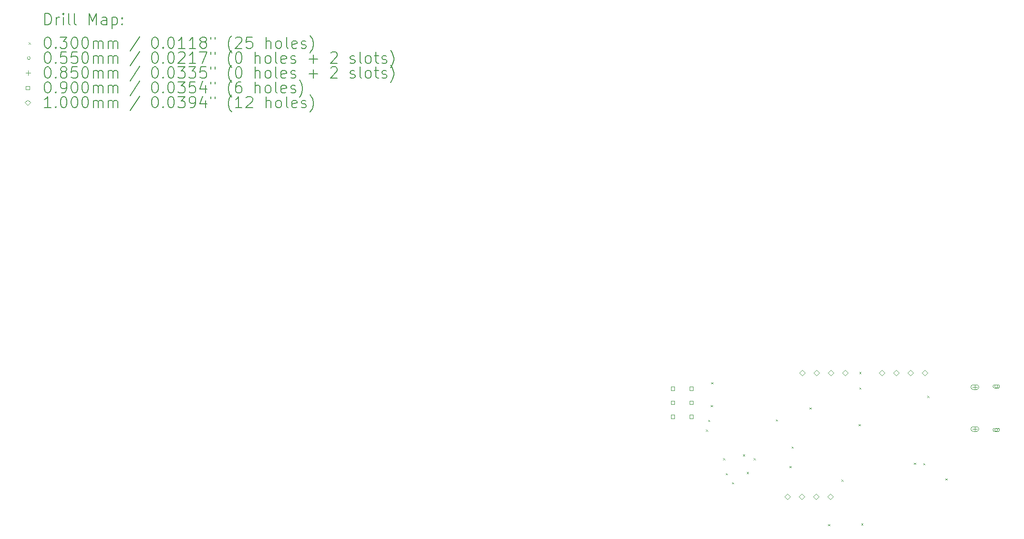
<source format=gbr>
%TF.GenerationSoftware,KiCad,Pcbnew,9.0.4*%
%TF.CreationDate,2025-09-11T21:53:44-07:00*%
%TF.ProjectId,STM32 PCB design,53544d33-3220-4504-9342-206465736967,rev?*%
%TF.SameCoordinates,Original*%
%TF.FileFunction,Drillmap*%
%TF.FilePolarity,Positive*%
%FSLAX45Y45*%
G04 Gerber Fmt 4.5, Leading zero omitted, Abs format (unit mm)*
G04 Created by KiCad (PCBNEW 9.0.4) date 2025-09-11 21:53:44*
%MOMM*%
%LPD*%
G01*
G04 APERTURE LIST*
%ADD10C,0.200000*%
%ADD11C,0.100000*%
G04 APERTURE END LIST*
D10*
D11*
X11996660Y-7511020D02*
X12026660Y-7541020D01*
X12026660Y-7511020D02*
X11996660Y-7541020D01*
X12032220Y-7335760D02*
X12062220Y-7365760D01*
X12062220Y-7335760D02*
X12032220Y-7365760D01*
X12080480Y-7074140D02*
X12110480Y-7104140D01*
X12110480Y-7074140D02*
X12080480Y-7104140D01*
X12088100Y-6667740D02*
X12118100Y-6697740D01*
X12118100Y-6667740D02*
X12088100Y-6697740D01*
X12298920Y-8016480D02*
X12328920Y-8046480D01*
X12328920Y-8016480D02*
X12298920Y-8046480D01*
X12347180Y-8283180D02*
X12377180Y-8313180D01*
X12377180Y-8283180D02*
X12347180Y-8313180D01*
X12456400Y-8445740D02*
X12486400Y-8475740D01*
X12486400Y-8445740D02*
X12456400Y-8475740D01*
X12649440Y-7950440D02*
X12679440Y-7980440D01*
X12679440Y-7950440D02*
X12649440Y-7980440D01*
X12718020Y-8262860D02*
X12748020Y-8292860D01*
X12748020Y-8262860D02*
X12718020Y-8292860D01*
X12839940Y-8016580D02*
X12869940Y-8046580D01*
X12869940Y-8016580D02*
X12839940Y-8046580D01*
X13236180Y-7328140D02*
X13266180Y-7358140D01*
X13266180Y-7328140D02*
X13236180Y-7358140D01*
X13474940Y-8156580D02*
X13504940Y-8186580D01*
X13504940Y-8156580D02*
X13474940Y-8186580D01*
X13513072Y-7810707D02*
X13543072Y-7840707D01*
X13543072Y-7810707D02*
X13513072Y-7840707D01*
X13830540Y-7114780D02*
X13860540Y-7144780D01*
X13860540Y-7114780D02*
X13830540Y-7144780D01*
X14163280Y-9192500D02*
X14193280Y-9222500D01*
X14193280Y-9192500D02*
X14163280Y-9222500D01*
X14399500Y-8397480D02*
X14429500Y-8427480D01*
X14429500Y-8397480D02*
X14399500Y-8427480D01*
X14704300Y-7411960D02*
X14734300Y-7441960D01*
X14734300Y-7411960D02*
X14704300Y-7441960D01*
X14717000Y-6759180D02*
X14747000Y-6789180D01*
X14747000Y-6759180D02*
X14717000Y-6789180D01*
X14718120Y-6484860D02*
X14748120Y-6514860D01*
X14748120Y-6484860D02*
X14718120Y-6514860D01*
X14750020Y-9179800D02*
X14780020Y-9209800D01*
X14780020Y-9179800D02*
X14750020Y-9209800D01*
X15685000Y-8097760D02*
X15715000Y-8127760D01*
X15715000Y-8097760D02*
X15685000Y-8127760D01*
X15849840Y-8105380D02*
X15879840Y-8135380D01*
X15879840Y-8105380D02*
X15849840Y-8135380D01*
X15849840Y-8105380D02*
X15879840Y-8135380D01*
X15879840Y-8105380D02*
X15849840Y-8135380D01*
X15923500Y-6909040D02*
X15953500Y-6939040D01*
X15953500Y-6909040D02*
X15923500Y-6939040D01*
X16246080Y-8377160D02*
X16276080Y-8407160D01*
X16276080Y-8377160D02*
X16246080Y-8407160D01*
X17175160Y-6740240D02*
G75*
G02*
X17120160Y-6740240I-27500J0D01*
G01*
X17120160Y-6740240D02*
G75*
G02*
X17175160Y-6740240I27500J0D01*
G01*
X17115160Y-6767740D02*
X17180160Y-6767740D01*
X17180160Y-6712740D02*
G75*
G02*
X17180160Y-6767740I0J-27500D01*
G01*
X17180160Y-6712740D02*
X17115160Y-6712740D01*
X17115160Y-6712740D02*
G75*
G03*
X17115160Y-6767740I0J-27500D01*
G01*
X17175160Y-7515240D02*
G75*
G02*
X17120160Y-7515240I-27500J0D01*
G01*
X17120160Y-7515240D02*
G75*
G02*
X17175160Y-7515240I27500J0D01*
G01*
X17115160Y-7542740D02*
X17180160Y-7542740D01*
X17180160Y-7487740D02*
G75*
G02*
X17180160Y-7542740I0J-27500D01*
G01*
X17180160Y-7487740D02*
X17115160Y-7487740D01*
X17115160Y-7487740D02*
G75*
G03*
X17115160Y-7542740I0J-27500D01*
G01*
X16767660Y-6712740D02*
X16767660Y-6797740D01*
X16725160Y-6755240D02*
X16810160Y-6755240D01*
X16740160Y-6797740D02*
X16795160Y-6797740D01*
X16795160Y-6712740D02*
G75*
G02*
X16795160Y-6797740I0J-42500D01*
G01*
X16795160Y-6712740D02*
X16740160Y-6712740D01*
X16740160Y-6712740D02*
G75*
G03*
X16740160Y-6797740I0J-42500D01*
G01*
X16767660Y-7457740D02*
X16767660Y-7542740D01*
X16725160Y-7500240D02*
X16810160Y-7500240D01*
X16740160Y-7542740D02*
X16795160Y-7542740D01*
X16795160Y-7457740D02*
G75*
G02*
X16795160Y-7542740I0J-42500D01*
G01*
X16795160Y-7457740D02*
X16740160Y-7457740D01*
X16740160Y-7457740D02*
G75*
G03*
X16740160Y-7542740I0J-42500D01*
G01*
X11434370Y-6812540D02*
X11434370Y-6748900D01*
X11370730Y-6748900D01*
X11370730Y-6812540D01*
X11434370Y-6812540D01*
X11434370Y-7062540D02*
X11434370Y-6998900D01*
X11370730Y-6998900D01*
X11370730Y-7062540D01*
X11434370Y-7062540D01*
X11434370Y-7312540D02*
X11434370Y-7248900D01*
X11370730Y-7248900D01*
X11370730Y-7312540D01*
X11434370Y-7312540D01*
X11764370Y-6812540D02*
X11764370Y-6748900D01*
X11700730Y-6748900D01*
X11700730Y-6812540D01*
X11764370Y-6812540D01*
X11764370Y-7062540D02*
X11764370Y-6998900D01*
X11700730Y-6998900D01*
X11700730Y-7062540D01*
X11764370Y-7062540D01*
X11764370Y-7312540D02*
X11764370Y-7248900D01*
X11700730Y-7248900D01*
X11700730Y-7312540D01*
X11764370Y-7312540D01*
X13438000Y-8750000D02*
X13488000Y-8700000D01*
X13438000Y-8650000D01*
X13388000Y-8700000D01*
X13438000Y-8750000D01*
X13692000Y-8750000D02*
X13742000Y-8700000D01*
X13692000Y-8650000D01*
X13642000Y-8700000D01*
X13692000Y-8750000D01*
X13700000Y-6550000D02*
X13750000Y-6500000D01*
X13700000Y-6450000D01*
X13650000Y-6500000D01*
X13700000Y-6550000D01*
X13946000Y-8750000D02*
X13996000Y-8700000D01*
X13946000Y-8650000D01*
X13896000Y-8700000D01*
X13946000Y-8750000D01*
X13954000Y-6550000D02*
X14004000Y-6500000D01*
X13954000Y-6450000D01*
X13904000Y-6500000D01*
X13954000Y-6550000D01*
X14200000Y-8750000D02*
X14250000Y-8700000D01*
X14200000Y-8650000D01*
X14150000Y-8700000D01*
X14200000Y-8750000D01*
X14208000Y-6550000D02*
X14258000Y-6500000D01*
X14208000Y-6450000D01*
X14158000Y-6500000D01*
X14208000Y-6550000D01*
X14462000Y-6550000D02*
X14512000Y-6500000D01*
X14462000Y-6450000D01*
X14412000Y-6500000D01*
X14462000Y-6550000D01*
X15119000Y-6550000D02*
X15169000Y-6500000D01*
X15119000Y-6450000D01*
X15069000Y-6500000D01*
X15119000Y-6550000D01*
X15373000Y-6550000D02*
X15423000Y-6500000D01*
X15373000Y-6450000D01*
X15323000Y-6500000D01*
X15373000Y-6550000D01*
X15627000Y-6550000D02*
X15677000Y-6500000D01*
X15627000Y-6450000D01*
X15577000Y-6500000D01*
X15627000Y-6550000D01*
X15881000Y-6550000D02*
X15931000Y-6500000D01*
X15881000Y-6450000D01*
X15831000Y-6500000D01*
X15881000Y-6550000D01*
D10*
X260777Y-311484D02*
X260777Y-111484D01*
X260777Y-111484D02*
X308396Y-111484D01*
X308396Y-111484D02*
X336967Y-121008D01*
X336967Y-121008D02*
X356015Y-140055D01*
X356015Y-140055D02*
X365539Y-159103D01*
X365539Y-159103D02*
X375062Y-197198D01*
X375062Y-197198D02*
X375062Y-225769D01*
X375062Y-225769D02*
X365539Y-263865D01*
X365539Y-263865D02*
X356015Y-282912D01*
X356015Y-282912D02*
X336967Y-301960D01*
X336967Y-301960D02*
X308396Y-311484D01*
X308396Y-311484D02*
X260777Y-311484D01*
X460777Y-311484D02*
X460777Y-178150D01*
X460777Y-216246D02*
X470301Y-197198D01*
X470301Y-197198D02*
X479824Y-187674D01*
X479824Y-187674D02*
X498872Y-178150D01*
X498872Y-178150D02*
X517920Y-178150D01*
X584586Y-311484D02*
X584586Y-178150D01*
X584586Y-111484D02*
X575063Y-121008D01*
X575063Y-121008D02*
X584586Y-130531D01*
X584586Y-130531D02*
X594110Y-121008D01*
X594110Y-121008D02*
X584586Y-111484D01*
X584586Y-111484D02*
X584586Y-130531D01*
X708396Y-311484D02*
X689348Y-301960D01*
X689348Y-301960D02*
X679824Y-282912D01*
X679824Y-282912D02*
X679824Y-111484D01*
X813158Y-311484D02*
X794110Y-301960D01*
X794110Y-301960D02*
X784586Y-282912D01*
X784586Y-282912D02*
X784586Y-111484D01*
X1041729Y-311484D02*
X1041729Y-111484D01*
X1041729Y-111484D02*
X1108396Y-254341D01*
X1108396Y-254341D02*
X1175063Y-111484D01*
X1175063Y-111484D02*
X1175063Y-311484D01*
X1356015Y-311484D02*
X1356015Y-206722D01*
X1356015Y-206722D02*
X1346491Y-187674D01*
X1346491Y-187674D02*
X1327444Y-178150D01*
X1327444Y-178150D02*
X1289348Y-178150D01*
X1289348Y-178150D02*
X1270301Y-187674D01*
X1356015Y-301960D02*
X1336967Y-311484D01*
X1336967Y-311484D02*
X1289348Y-311484D01*
X1289348Y-311484D02*
X1270301Y-301960D01*
X1270301Y-301960D02*
X1260777Y-282912D01*
X1260777Y-282912D02*
X1260777Y-263865D01*
X1260777Y-263865D02*
X1270301Y-244817D01*
X1270301Y-244817D02*
X1289348Y-235293D01*
X1289348Y-235293D02*
X1336967Y-235293D01*
X1336967Y-235293D02*
X1356015Y-225769D01*
X1451253Y-178150D02*
X1451253Y-378150D01*
X1451253Y-187674D02*
X1470301Y-178150D01*
X1470301Y-178150D02*
X1508396Y-178150D01*
X1508396Y-178150D02*
X1527443Y-187674D01*
X1527443Y-187674D02*
X1536967Y-197198D01*
X1536967Y-197198D02*
X1546491Y-216246D01*
X1546491Y-216246D02*
X1546491Y-273389D01*
X1546491Y-273389D02*
X1536967Y-292436D01*
X1536967Y-292436D02*
X1527443Y-301960D01*
X1527443Y-301960D02*
X1508396Y-311484D01*
X1508396Y-311484D02*
X1470301Y-311484D01*
X1470301Y-311484D02*
X1451253Y-301960D01*
X1632205Y-292436D02*
X1641729Y-301960D01*
X1641729Y-301960D02*
X1632205Y-311484D01*
X1632205Y-311484D02*
X1622682Y-301960D01*
X1622682Y-301960D02*
X1632205Y-292436D01*
X1632205Y-292436D02*
X1632205Y-311484D01*
X1632205Y-187674D02*
X1641729Y-197198D01*
X1641729Y-197198D02*
X1632205Y-206722D01*
X1632205Y-206722D02*
X1622682Y-197198D01*
X1622682Y-197198D02*
X1632205Y-187674D01*
X1632205Y-187674D02*
X1632205Y-206722D01*
D11*
X-30000Y-625000D02*
X0Y-655000D01*
X0Y-625000D02*
X-30000Y-655000D01*
D10*
X298872Y-531484D02*
X317920Y-531484D01*
X317920Y-531484D02*
X336967Y-541008D01*
X336967Y-541008D02*
X346491Y-550531D01*
X346491Y-550531D02*
X356015Y-569579D01*
X356015Y-569579D02*
X365539Y-607674D01*
X365539Y-607674D02*
X365539Y-655293D01*
X365539Y-655293D02*
X356015Y-693389D01*
X356015Y-693389D02*
X346491Y-712436D01*
X346491Y-712436D02*
X336967Y-721960D01*
X336967Y-721960D02*
X317920Y-731484D01*
X317920Y-731484D02*
X298872Y-731484D01*
X298872Y-731484D02*
X279824Y-721960D01*
X279824Y-721960D02*
X270301Y-712436D01*
X270301Y-712436D02*
X260777Y-693389D01*
X260777Y-693389D02*
X251253Y-655293D01*
X251253Y-655293D02*
X251253Y-607674D01*
X251253Y-607674D02*
X260777Y-569579D01*
X260777Y-569579D02*
X270301Y-550531D01*
X270301Y-550531D02*
X279824Y-541008D01*
X279824Y-541008D02*
X298872Y-531484D01*
X451253Y-712436D02*
X460777Y-721960D01*
X460777Y-721960D02*
X451253Y-731484D01*
X451253Y-731484D02*
X441729Y-721960D01*
X441729Y-721960D02*
X451253Y-712436D01*
X451253Y-712436D02*
X451253Y-731484D01*
X527444Y-531484D02*
X651253Y-531484D01*
X651253Y-531484D02*
X584586Y-607674D01*
X584586Y-607674D02*
X613158Y-607674D01*
X613158Y-607674D02*
X632205Y-617198D01*
X632205Y-617198D02*
X641729Y-626722D01*
X641729Y-626722D02*
X651253Y-645770D01*
X651253Y-645770D02*
X651253Y-693389D01*
X651253Y-693389D02*
X641729Y-712436D01*
X641729Y-712436D02*
X632205Y-721960D01*
X632205Y-721960D02*
X613158Y-731484D01*
X613158Y-731484D02*
X556015Y-731484D01*
X556015Y-731484D02*
X536967Y-721960D01*
X536967Y-721960D02*
X527444Y-712436D01*
X775062Y-531484D02*
X794110Y-531484D01*
X794110Y-531484D02*
X813158Y-541008D01*
X813158Y-541008D02*
X822682Y-550531D01*
X822682Y-550531D02*
X832205Y-569579D01*
X832205Y-569579D02*
X841729Y-607674D01*
X841729Y-607674D02*
X841729Y-655293D01*
X841729Y-655293D02*
X832205Y-693389D01*
X832205Y-693389D02*
X822682Y-712436D01*
X822682Y-712436D02*
X813158Y-721960D01*
X813158Y-721960D02*
X794110Y-731484D01*
X794110Y-731484D02*
X775062Y-731484D01*
X775062Y-731484D02*
X756015Y-721960D01*
X756015Y-721960D02*
X746491Y-712436D01*
X746491Y-712436D02*
X736967Y-693389D01*
X736967Y-693389D02*
X727443Y-655293D01*
X727443Y-655293D02*
X727443Y-607674D01*
X727443Y-607674D02*
X736967Y-569579D01*
X736967Y-569579D02*
X746491Y-550531D01*
X746491Y-550531D02*
X756015Y-541008D01*
X756015Y-541008D02*
X775062Y-531484D01*
X965539Y-531484D02*
X984586Y-531484D01*
X984586Y-531484D02*
X1003634Y-541008D01*
X1003634Y-541008D02*
X1013158Y-550531D01*
X1013158Y-550531D02*
X1022682Y-569579D01*
X1022682Y-569579D02*
X1032205Y-607674D01*
X1032205Y-607674D02*
X1032205Y-655293D01*
X1032205Y-655293D02*
X1022682Y-693389D01*
X1022682Y-693389D02*
X1013158Y-712436D01*
X1013158Y-712436D02*
X1003634Y-721960D01*
X1003634Y-721960D02*
X984586Y-731484D01*
X984586Y-731484D02*
X965539Y-731484D01*
X965539Y-731484D02*
X946491Y-721960D01*
X946491Y-721960D02*
X936967Y-712436D01*
X936967Y-712436D02*
X927443Y-693389D01*
X927443Y-693389D02*
X917920Y-655293D01*
X917920Y-655293D02*
X917920Y-607674D01*
X917920Y-607674D02*
X927443Y-569579D01*
X927443Y-569579D02*
X936967Y-550531D01*
X936967Y-550531D02*
X946491Y-541008D01*
X946491Y-541008D02*
X965539Y-531484D01*
X1117920Y-731484D02*
X1117920Y-598150D01*
X1117920Y-617198D02*
X1127444Y-607674D01*
X1127444Y-607674D02*
X1146491Y-598150D01*
X1146491Y-598150D02*
X1175063Y-598150D01*
X1175063Y-598150D02*
X1194110Y-607674D01*
X1194110Y-607674D02*
X1203634Y-626722D01*
X1203634Y-626722D02*
X1203634Y-731484D01*
X1203634Y-626722D02*
X1213158Y-607674D01*
X1213158Y-607674D02*
X1232205Y-598150D01*
X1232205Y-598150D02*
X1260777Y-598150D01*
X1260777Y-598150D02*
X1279825Y-607674D01*
X1279825Y-607674D02*
X1289348Y-626722D01*
X1289348Y-626722D02*
X1289348Y-731484D01*
X1384586Y-731484D02*
X1384586Y-598150D01*
X1384586Y-617198D02*
X1394110Y-607674D01*
X1394110Y-607674D02*
X1413158Y-598150D01*
X1413158Y-598150D02*
X1441729Y-598150D01*
X1441729Y-598150D02*
X1460777Y-607674D01*
X1460777Y-607674D02*
X1470301Y-626722D01*
X1470301Y-626722D02*
X1470301Y-731484D01*
X1470301Y-626722D02*
X1479824Y-607674D01*
X1479824Y-607674D02*
X1498872Y-598150D01*
X1498872Y-598150D02*
X1527443Y-598150D01*
X1527443Y-598150D02*
X1546491Y-607674D01*
X1546491Y-607674D02*
X1556015Y-626722D01*
X1556015Y-626722D02*
X1556015Y-731484D01*
X1946491Y-521960D02*
X1775063Y-779103D01*
X2203634Y-531484D02*
X2222682Y-531484D01*
X2222682Y-531484D02*
X2241729Y-541008D01*
X2241729Y-541008D02*
X2251253Y-550531D01*
X2251253Y-550531D02*
X2260777Y-569579D01*
X2260777Y-569579D02*
X2270301Y-607674D01*
X2270301Y-607674D02*
X2270301Y-655293D01*
X2270301Y-655293D02*
X2260777Y-693389D01*
X2260777Y-693389D02*
X2251253Y-712436D01*
X2251253Y-712436D02*
X2241729Y-721960D01*
X2241729Y-721960D02*
X2222682Y-731484D01*
X2222682Y-731484D02*
X2203634Y-731484D01*
X2203634Y-731484D02*
X2184587Y-721960D01*
X2184587Y-721960D02*
X2175063Y-712436D01*
X2175063Y-712436D02*
X2165539Y-693389D01*
X2165539Y-693389D02*
X2156015Y-655293D01*
X2156015Y-655293D02*
X2156015Y-607674D01*
X2156015Y-607674D02*
X2165539Y-569579D01*
X2165539Y-569579D02*
X2175063Y-550531D01*
X2175063Y-550531D02*
X2184587Y-541008D01*
X2184587Y-541008D02*
X2203634Y-531484D01*
X2356015Y-712436D02*
X2365539Y-721960D01*
X2365539Y-721960D02*
X2356015Y-731484D01*
X2356015Y-731484D02*
X2346491Y-721960D01*
X2346491Y-721960D02*
X2356015Y-712436D01*
X2356015Y-712436D02*
X2356015Y-731484D01*
X2489348Y-531484D02*
X2508396Y-531484D01*
X2508396Y-531484D02*
X2527444Y-541008D01*
X2527444Y-541008D02*
X2536968Y-550531D01*
X2536968Y-550531D02*
X2546491Y-569579D01*
X2546491Y-569579D02*
X2556015Y-607674D01*
X2556015Y-607674D02*
X2556015Y-655293D01*
X2556015Y-655293D02*
X2546491Y-693389D01*
X2546491Y-693389D02*
X2536968Y-712436D01*
X2536968Y-712436D02*
X2527444Y-721960D01*
X2527444Y-721960D02*
X2508396Y-731484D01*
X2508396Y-731484D02*
X2489348Y-731484D01*
X2489348Y-731484D02*
X2470301Y-721960D01*
X2470301Y-721960D02*
X2460777Y-712436D01*
X2460777Y-712436D02*
X2451253Y-693389D01*
X2451253Y-693389D02*
X2441729Y-655293D01*
X2441729Y-655293D02*
X2441729Y-607674D01*
X2441729Y-607674D02*
X2451253Y-569579D01*
X2451253Y-569579D02*
X2460777Y-550531D01*
X2460777Y-550531D02*
X2470301Y-541008D01*
X2470301Y-541008D02*
X2489348Y-531484D01*
X2746491Y-731484D02*
X2632206Y-731484D01*
X2689348Y-731484D02*
X2689348Y-531484D01*
X2689348Y-531484D02*
X2670301Y-560055D01*
X2670301Y-560055D02*
X2651253Y-579103D01*
X2651253Y-579103D02*
X2632206Y-588627D01*
X2936967Y-731484D02*
X2822682Y-731484D01*
X2879825Y-731484D02*
X2879825Y-531484D01*
X2879825Y-531484D02*
X2860777Y-560055D01*
X2860777Y-560055D02*
X2841729Y-579103D01*
X2841729Y-579103D02*
X2822682Y-588627D01*
X3051253Y-617198D02*
X3032206Y-607674D01*
X3032206Y-607674D02*
X3022682Y-598150D01*
X3022682Y-598150D02*
X3013158Y-579103D01*
X3013158Y-579103D02*
X3013158Y-569579D01*
X3013158Y-569579D02*
X3022682Y-550531D01*
X3022682Y-550531D02*
X3032206Y-541008D01*
X3032206Y-541008D02*
X3051253Y-531484D01*
X3051253Y-531484D02*
X3089348Y-531484D01*
X3089348Y-531484D02*
X3108396Y-541008D01*
X3108396Y-541008D02*
X3117920Y-550531D01*
X3117920Y-550531D02*
X3127444Y-569579D01*
X3127444Y-569579D02*
X3127444Y-579103D01*
X3127444Y-579103D02*
X3117920Y-598150D01*
X3117920Y-598150D02*
X3108396Y-607674D01*
X3108396Y-607674D02*
X3089348Y-617198D01*
X3089348Y-617198D02*
X3051253Y-617198D01*
X3051253Y-617198D02*
X3032206Y-626722D01*
X3032206Y-626722D02*
X3022682Y-636246D01*
X3022682Y-636246D02*
X3013158Y-655293D01*
X3013158Y-655293D02*
X3013158Y-693389D01*
X3013158Y-693389D02*
X3022682Y-712436D01*
X3022682Y-712436D02*
X3032206Y-721960D01*
X3032206Y-721960D02*
X3051253Y-731484D01*
X3051253Y-731484D02*
X3089348Y-731484D01*
X3089348Y-731484D02*
X3108396Y-721960D01*
X3108396Y-721960D02*
X3117920Y-712436D01*
X3117920Y-712436D02*
X3127444Y-693389D01*
X3127444Y-693389D02*
X3127444Y-655293D01*
X3127444Y-655293D02*
X3117920Y-636246D01*
X3117920Y-636246D02*
X3108396Y-626722D01*
X3108396Y-626722D02*
X3089348Y-617198D01*
X3203634Y-531484D02*
X3203634Y-569579D01*
X3279825Y-531484D02*
X3279825Y-569579D01*
X3575063Y-807674D02*
X3565539Y-798150D01*
X3565539Y-798150D02*
X3546491Y-769579D01*
X3546491Y-769579D02*
X3536968Y-750531D01*
X3536968Y-750531D02*
X3527444Y-721960D01*
X3527444Y-721960D02*
X3517920Y-674341D01*
X3517920Y-674341D02*
X3517920Y-636246D01*
X3517920Y-636246D02*
X3527444Y-588627D01*
X3527444Y-588627D02*
X3536968Y-560055D01*
X3536968Y-560055D02*
X3546491Y-541008D01*
X3546491Y-541008D02*
X3565539Y-512436D01*
X3565539Y-512436D02*
X3575063Y-502912D01*
X3641729Y-550531D02*
X3651253Y-541008D01*
X3651253Y-541008D02*
X3670301Y-531484D01*
X3670301Y-531484D02*
X3717920Y-531484D01*
X3717920Y-531484D02*
X3736968Y-541008D01*
X3736968Y-541008D02*
X3746491Y-550531D01*
X3746491Y-550531D02*
X3756015Y-569579D01*
X3756015Y-569579D02*
X3756015Y-588627D01*
X3756015Y-588627D02*
X3746491Y-617198D01*
X3746491Y-617198D02*
X3632206Y-731484D01*
X3632206Y-731484D02*
X3756015Y-731484D01*
X3936968Y-531484D02*
X3841729Y-531484D01*
X3841729Y-531484D02*
X3832206Y-626722D01*
X3832206Y-626722D02*
X3841729Y-617198D01*
X3841729Y-617198D02*
X3860777Y-607674D01*
X3860777Y-607674D02*
X3908396Y-607674D01*
X3908396Y-607674D02*
X3927444Y-617198D01*
X3927444Y-617198D02*
X3936968Y-626722D01*
X3936968Y-626722D02*
X3946491Y-645770D01*
X3946491Y-645770D02*
X3946491Y-693389D01*
X3946491Y-693389D02*
X3936968Y-712436D01*
X3936968Y-712436D02*
X3927444Y-721960D01*
X3927444Y-721960D02*
X3908396Y-731484D01*
X3908396Y-731484D02*
X3860777Y-731484D01*
X3860777Y-731484D02*
X3841729Y-721960D01*
X3841729Y-721960D02*
X3832206Y-712436D01*
X4184587Y-731484D02*
X4184587Y-531484D01*
X4270301Y-731484D02*
X4270301Y-626722D01*
X4270301Y-626722D02*
X4260777Y-607674D01*
X4260777Y-607674D02*
X4241730Y-598150D01*
X4241730Y-598150D02*
X4213158Y-598150D01*
X4213158Y-598150D02*
X4194110Y-607674D01*
X4194110Y-607674D02*
X4184587Y-617198D01*
X4394111Y-731484D02*
X4375063Y-721960D01*
X4375063Y-721960D02*
X4365539Y-712436D01*
X4365539Y-712436D02*
X4356015Y-693389D01*
X4356015Y-693389D02*
X4356015Y-636246D01*
X4356015Y-636246D02*
X4365539Y-617198D01*
X4365539Y-617198D02*
X4375063Y-607674D01*
X4375063Y-607674D02*
X4394111Y-598150D01*
X4394111Y-598150D02*
X4422682Y-598150D01*
X4422682Y-598150D02*
X4441730Y-607674D01*
X4441730Y-607674D02*
X4451253Y-617198D01*
X4451253Y-617198D02*
X4460777Y-636246D01*
X4460777Y-636246D02*
X4460777Y-693389D01*
X4460777Y-693389D02*
X4451253Y-712436D01*
X4451253Y-712436D02*
X4441730Y-721960D01*
X4441730Y-721960D02*
X4422682Y-731484D01*
X4422682Y-731484D02*
X4394111Y-731484D01*
X4575063Y-731484D02*
X4556015Y-721960D01*
X4556015Y-721960D02*
X4546492Y-702912D01*
X4546492Y-702912D02*
X4546492Y-531484D01*
X4727444Y-721960D02*
X4708396Y-731484D01*
X4708396Y-731484D02*
X4670301Y-731484D01*
X4670301Y-731484D02*
X4651253Y-721960D01*
X4651253Y-721960D02*
X4641730Y-702912D01*
X4641730Y-702912D02*
X4641730Y-626722D01*
X4641730Y-626722D02*
X4651253Y-607674D01*
X4651253Y-607674D02*
X4670301Y-598150D01*
X4670301Y-598150D02*
X4708396Y-598150D01*
X4708396Y-598150D02*
X4727444Y-607674D01*
X4727444Y-607674D02*
X4736968Y-626722D01*
X4736968Y-626722D02*
X4736968Y-645770D01*
X4736968Y-645770D02*
X4641730Y-664817D01*
X4813158Y-721960D02*
X4832206Y-731484D01*
X4832206Y-731484D02*
X4870301Y-731484D01*
X4870301Y-731484D02*
X4889349Y-721960D01*
X4889349Y-721960D02*
X4898873Y-702912D01*
X4898873Y-702912D02*
X4898873Y-693389D01*
X4898873Y-693389D02*
X4889349Y-674341D01*
X4889349Y-674341D02*
X4870301Y-664817D01*
X4870301Y-664817D02*
X4841730Y-664817D01*
X4841730Y-664817D02*
X4822682Y-655293D01*
X4822682Y-655293D02*
X4813158Y-636246D01*
X4813158Y-636246D02*
X4813158Y-626722D01*
X4813158Y-626722D02*
X4822682Y-607674D01*
X4822682Y-607674D02*
X4841730Y-598150D01*
X4841730Y-598150D02*
X4870301Y-598150D01*
X4870301Y-598150D02*
X4889349Y-607674D01*
X4965539Y-807674D02*
X4975063Y-798150D01*
X4975063Y-798150D02*
X4994111Y-769579D01*
X4994111Y-769579D02*
X5003634Y-750531D01*
X5003634Y-750531D02*
X5013158Y-721960D01*
X5013158Y-721960D02*
X5022682Y-674341D01*
X5022682Y-674341D02*
X5022682Y-636246D01*
X5022682Y-636246D02*
X5013158Y-588627D01*
X5013158Y-588627D02*
X5003634Y-560055D01*
X5003634Y-560055D02*
X4994111Y-541008D01*
X4994111Y-541008D02*
X4975063Y-512436D01*
X4975063Y-512436D02*
X4965539Y-502912D01*
D11*
X0Y-904000D02*
G75*
G02*
X-55000Y-904000I-27500J0D01*
G01*
X-55000Y-904000D02*
G75*
G02*
X0Y-904000I27500J0D01*
G01*
D10*
X298872Y-795484D02*
X317920Y-795484D01*
X317920Y-795484D02*
X336967Y-805008D01*
X336967Y-805008D02*
X346491Y-814531D01*
X346491Y-814531D02*
X356015Y-833579D01*
X356015Y-833579D02*
X365539Y-871674D01*
X365539Y-871674D02*
X365539Y-919293D01*
X365539Y-919293D02*
X356015Y-957388D01*
X356015Y-957388D02*
X346491Y-976436D01*
X346491Y-976436D02*
X336967Y-985960D01*
X336967Y-985960D02*
X317920Y-995484D01*
X317920Y-995484D02*
X298872Y-995484D01*
X298872Y-995484D02*
X279824Y-985960D01*
X279824Y-985960D02*
X270301Y-976436D01*
X270301Y-976436D02*
X260777Y-957388D01*
X260777Y-957388D02*
X251253Y-919293D01*
X251253Y-919293D02*
X251253Y-871674D01*
X251253Y-871674D02*
X260777Y-833579D01*
X260777Y-833579D02*
X270301Y-814531D01*
X270301Y-814531D02*
X279824Y-805008D01*
X279824Y-805008D02*
X298872Y-795484D01*
X451253Y-976436D02*
X460777Y-985960D01*
X460777Y-985960D02*
X451253Y-995484D01*
X451253Y-995484D02*
X441729Y-985960D01*
X441729Y-985960D02*
X451253Y-976436D01*
X451253Y-976436D02*
X451253Y-995484D01*
X641729Y-795484D02*
X546491Y-795484D01*
X546491Y-795484D02*
X536967Y-890722D01*
X536967Y-890722D02*
X546491Y-881198D01*
X546491Y-881198D02*
X565539Y-871674D01*
X565539Y-871674D02*
X613158Y-871674D01*
X613158Y-871674D02*
X632205Y-881198D01*
X632205Y-881198D02*
X641729Y-890722D01*
X641729Y-890722D02*
X651253Y-909769D01*
X651253Y-909769D02*
X651253Y-957388D01*
X651253Y-957388D02*
X641729Y-976436D01*
X641729Y-976436D02*
X632205Y-985960D01*
X632205Y-985960D02*
X613158Y-995484D01*
X613158Y-995484D02*
X565539Y-995484D01*
X565539Y-995484D02*
X546491Y-985960D01*
X546491Y-985960D02*
X536967Y-976436D01*
X832205Y-795484D02*
X736967Y-795484D01*
X736967Y-795484D02*
X727443Y-890722D01*
X727443Y-890722D02*
X736967Y-881198D01*
X736967Y-881198D02*
X756015Y-871674D01*
X756015Y-871674D02*
X803634Y-871674D01*
X803634Y-871674D02*
X822682Y-881198D01*
X822682Y-881198D02*
X832205Y-890722D01*
X832205Y-890722D02*
X841729Y-909769D01*
X841729Y-909769D02*
X841729Y-957388D01*
X841729Y-957388D02*
X832205Y-976436D01*
X832205Y-976436D02*
X822682Y-985960D01*
X822682Y-985960D02*
X803634Y-995484D01*
X803634Y-995484D02*
X756015Y-995484D01*
X756015Y-995484D02*
X736967Y-985960D01*
X736967Y-985960D02*
X727443Y-976436D01*
X965539Y-795484D02*
X984586Y-795484D01*
X984586Y-795484D02*
X1003634Y-805008D01*
X1003634Y-805008D02*
X1013158Y-814531D01*
X1013158Y-814531D02*
X1022682Y-833579D01*
X1022682Y-833579D02*
X1032205Y-871674D01*
X1032205Y-871674D02*
X1032205Y-919293D01*
X1032205Y-919293D02*
X1022682Y-957388D01*
X1022682Y-957388D02*
X1013158Y-976436D01*
X1013158Y-976436D02*
X1003634Y-985960D01*
X1003634Y-985960D02*
X984586Y-995484D01*
X984586Y-995484D02*
X965539Y-995484D01*
X965539Y-995484D02*
X946491Y-985960D01*
X946491Y-985960D02*
X936967Y-976436D01*
X936967Y-976436D02*
X927443Y-957388D01*
X927443Y-957388D02*
X917920Y-919293D01*
X917920Y-919293D02*
X917920Y-871674D01*
X917920Y-871674D02*
X927443Y-833579D01*
X927443Y-833579D02*
X936967Y-814531D01*
X936967Y-814531D02*
X946491Y-805008D01*
X946491Y-805008D02*
X965539Y-795484D01*
X1117920Y-995484D02*
X1117920Y-862150D01*
X1117920Y-881198D02*
X1127444Y-871674D01*
X1127444Y-871674D02*
X1146491Y-862150D01*
X1146491Y-862150D02*
X1175063Y-862150D01*
X1175063Y-862150D02*
X1194110Y-871674D01*
X1194110Y-871674D02*
X1203634Y-890722D01*
X1203634Y-890722D02*
X1203634Y-995484D01*
X1203634Y-890722D02*
X1213158Y-871674D01*
X1213158Y-871674D02*
X1232205Y-862150D01*
X1232205Y-862150D02*
X1260777Y-862150D01*
X1260777Y-862150D02*
X1279825Y-871674D01*
X1279825Y-871674D02*
X1289348Y-890722D01*
X1289348Y-890722D02*
X1289348Y-995484D01*
X1384586Y-995484D02*
X1384586Y-862150D01*
X1384586Y-881198D02*
X1394110Y-871674D01*
X1394110Y-871674D02*
X1413158Y-862150D01*
X1413158Y-862150D02*
X1441729Y-862150D01*
X1441729Y-862150D02*
X1460777Y-871674D01*
X1460777Y-871674D02*
X1470301Y-890722D01*
X1470301Y-890722D02*
X1470301Y-995484D01*
X1470301Y-890722D02*
X1479824Y-871674D01*
X1479824Y-871674D02*
X1498872Y-862150D01*
X1498872Y-862150D02*
X1527443Y-862150D01*
X1527443Y-862150D02*
X1546491Y-871674D01*
X1546491Y-871674D02*
X1556015Y-890722D01*
X1556015Y-890722D02*
X1556015Y-995484D01*
X1946491Y-785960D02*
X1775063Y-1043103D01*
X2203634Y-795484D02*
X2222682Y-795484D01*
X2222682Y-795484D02*
X2241729Y-805008D01*
X2241729Y-805008D02*
X2251253Y-814531D01*
X2251253Y-814531D02*
X2260777Y-833579D01*
X2260777Y-833579D02*
X2270301Y-871674D01*
X2270301Y-871674D02*
X2270301Y-919293D01*
X2270301Y-919293D02*
X2260777Y-957388D01*
X2260777Y-957388D02*
X2251253Y-976436D01*
X2251253Y-976436D02*
X2241729Y-985960D01*
X2241729Y-985960D02*
X2222682Y-995484D01*
X2222682Y-995484D02*
X2203634Y-995484D01*
X2203634Y-995484D02*
X2184587Y-985960D01*
X2184587Y-985960D02*
X2175063Y-976436D01*
X2175063Y-976436D02*
X2165539Y-957388D01*
X2165539Y-957388D02*
X2156015Y-919293D01*
X2156015Y-919293D02*
X2156015Y-871674D01*
X2156015Y-871674D02*
X2165539Y-833579D01*
X2165539Y-833579D02*
X2175063Y-814531D01*
X2175063Y-814531D02*
X2184587Y-805008D01*
X2184587Y-805008D02*
X2203634Y-795484D01*
X2356015Y-976436D02*
X2365539Y-985960D01*
X2365539Y-985960D02*
X2356015Y-995484D01*
X2356015Y-995484D02*
X2346491Y-985960D01*
X2346491Y-985960D02*
X2356015Y-976436D01*
X2356015Y-976436D02*
X2356015Y-995484D01*
X2489348Y-795484D02*
X2508396Y-795484D01*
X2508396Y-795484D02*
X2527444Y-805008D01*
X2527444Y-805008D02*
X2536968Y-814531D01*
X2536968Y-814531D02*
X2546491Y-833579D01*
X2546491Y-833579D02*
X2556015Y-871674D01*
X2556015Y-871674D02*
X2556015Y-919293D01*
X2556015Y-919293D02*
X2546491Y-957388D01*
X2546491Y-957388D02*
X2536968Y-976436D01*
X2536968Y-976436D02*
X2527444Y-985960D01*
X2527444Y-985960D02*
X2508396Y-995484D01*
X2508396Y-995484D02*
X2489348Y-995484D01*
X2489348Y-995484D02*
X2470301Y-985960D01*
X2470301Y-985960D02*
X2460777Y-976436D01*
X2460777Y-976436D02*
X2451253Y-957388D01*
X2451253Y-957388D02*
X2441729Y-919293D01*
X2441729Y-919293D02*
X2441729Y-871674D01*
X2441729Y-871674D02*
X2451253Y-833579D01*
X2451253Y-833579D02*
X2460777Y-814531D01*
X2460777Y-814531D02*
X2470301Y-805008D01*
X2470301Y-805008D02*
X2489348Y-795484D01*
X2632206Y-814531D02*
X2641729Y-805008D01*
X2641729Y-805008D02*
X2660777Y-795484D01*
X2660777Y-795484D02*
X2708396Y-795484D01*
X2708396Y-795484D02*
X2727444Y-805008D01*
X2727444Y-805008D02*
X2736968Y-814531D01*
X2736968Y-814531D02*
X2746491Y-833579D01*
X2746491Y-833579D02*
X2746491Y-852627D01*
X2746491Y-852627D02*
X2736968Y-881198D01*
X2736968Y-881198D02*
X2622682Y-995484D01*
X2622682Y-995484D02*
X2746491Y-995484D01*
X2936967Y-995484D02*
X2822682Y-995484D01*
X2879825Y-995484D02*
X2879825Y-795484D01*
X2879825Y-795484D02*
X2860777Y-824055D01*
X2860777Y-824055D02*
X2841729Y-843103D01*
X2841729Y-843103D02*
X2822682Y-852627D01*
X3003634Y-795484D02*
X3136967Y-795484D01*
X3136967Y-795484D02*
X3051253Y-995484D01*
X3203634Y-795484D02*
X3203634Y-833579D01*
X3279825Y-795484D02*
X3279825Y-833579D01*
X3575063Y-1071674D02*
X3565539Y-1062150D01*
X3565539Y-1062150D02*
X3546491Y-1033579D01*
X3546491Y-1033579D02*
X3536968Y-1014531D01*
X3536968Y-1014531D02*
X3527444Y-985960D01*
X3527444Y-985960D02*
X3517920Y-938341D01*
X3517920Y-938341D02*
X3517920Y-900246D01*
X3517920Y-900246D02*
X3527444Y-852627D01*
X3527444Y-852627D02*
X3536968Y-824055D01*
X3536968Y-824055D02*
X3546491Y-805008D01*
X3546491Y-805008D02*
X3565539Y-776436D01*
X3565539Y-776436D02*
X3575063Y-766912D01*
X3689348Y-795484D02*
X3708396Y-795484D01*
X3708396Y-795484D02*
X3727444Y-805008D01*
X3727444Y-805008D02*
X3736968Y-814531D01*
X3736968Y-814531D02*
X3746491Y-833579D01*
X3746491Y-833579D02*
X3756015Y-871674D01*
X3756015Y-871674D02*
X3756015Y-919293D01*
X3756015Y-919293D02*
X3746491Y-957388D01*
X3746491Y-957388D02*
X3736968Y-976436D01*
X3736968Y-976436D02*
X3727444Y-985960D01*
X3727444Y-985960D02*
X3708396Y-995484D01*
X3708396Y-995484D02*
X3689348Y-995484D01*
X3689348Y-995484D02*
X3670301Y-985960D01*
X3670301Y-985960D02*
X3660777Y-976436D01*
X3660777Y-976436D02*
X3651253Y-957388D01*
X3651253Y-957388D02*
X3641729Y-919293D01*
X3641729Y-919293D02*
X3641729Y-871674D01*
X3641729Y-871674D02*
X3651253Y-833579D01*
X3651253Y-833579D02*
X3660777Y-814531D01*
X3660777Y-814531D02*
X3670301Y-805008D01*
X3670301Y-805008D02*
X3689348Y-795484D01*
X3994110Y-995484D02*
X3994110Y-795484D01*
X4079825Y-995484D02*
X4079825Y-890722D01*
X4079825Y-890722D02*
X4070301Y-871674D01*
X4070301Y-871674D02*
X4051253Y-862150D01*
X4051253Y-862150D02*
X4022682Y-862150D01*
X4022682Y-862150D02*
X4003634Y-871674D01*
X4003634Y-871674D02*
X3994110Y-881198D01*
X4203634Y-995484D02*
X4184587Y-985960D01*
X4184587Y-985960D02*
X4175063Y-976436D01*
X4175063Y-976436D02*
X4165539Y-957388D01*
X4165539Y-957388D02*
X4165539Y-900246D01*
X4165539Y-900246D02*
X4175063Y-881198D01*
X4175063Y-881198D02*
X4184587Y-871674D01*
X4184587Y-871674D02*
X4203634Y-862150D01*
X4203634Y-862150D02*
X4232206Y-862150D01*
X4232206Y-862150D02*
X4251253Y-871674D01*
X4251253Y-871674D02*
X4260777Y-881198D01*
X4260777Y-881198D02*
X4270301Y-900246D01*
X4270301Y-900246D02*
X4270301Y-957388D01*
X4270301Y-957388D02*
X4260777Y-976436D01*
X4260777Y-976436D02*
X4251253Y-985960D01*
X4251253Y-985960D02*
X4232206Y-995484D01*
X4232206Y-995484D02*
X4203634Y-995484D01*
X4384587Y-995484D02*
X4365539Y-985960D01*
X4365539Y-985960D02*
X4356015Y-966912D01*
X4356015Y-966912D02*
X4356015Y-795484D01*
X4536968Y-985960D02*
X4517920Y-995484D01*
X4517920Y-995484D02*
X4479825Y-995484D01*
X4479825Y-995484D02*
X4460777Y-985960D01*
X4460777Y-985960D02*
X4451253Y-966912D01*
X4451253Y-966912D02*
X4451253Y-890722D01*
X4451253Y-890722D02*
X4460777Y-871674D01*
X4460777Y-871674D02*
X4479825Y-862150D01*
X4479825Y-862150D02*
X4517920Y-862150D01*
X4517920Y-862150D02*
X4536968Y-871674D01*
X4536968Y-871674D02*
X4546492Y-890722D01*
X4546492Y-890722D02*
X4546492Y-909769D01*
X4546492Y-909769D02*
X4451253Y-928817D01*
X4622682Y-985960D02*
X4641730Y-995484D01*
X4641730Y-995484D02*
X4679825Y-995484D01*
X4679825Y-995484D02*
X4698873Y-985960D01*
X4698873Y-985960D02*
X4708396Y-966912D01*
X4708396Y-966912D02*
X4708396Y-957388D01*
X4708396Y-957388D02*
X4698873Y-938341D01*
X4698873Y-938341D02*
X4679825Y-928817D01*
X4679825Y-928817D02*
X4651253Y-928817D01*
X4651253Y-928817D02*
X4632206Y-919293D01*
X4632206Y-919293D02*
X4622682Y-900246D01*
X4622682Y-900246D02*
X4622682Y-890722D01*
X4622682Y-890722D02*
X4632206Y-871674D01*
X4632206Y-871674D02*
X4651253Y-862150D01*
X4651253Y-862150D02*
X4679825Y-862150D01*
X4679825Y-862150D02*
X4698873Y-871674D01*
X4946492Y-919293D02*
X5098873Y-919293D01*
X5022682Y-995484D02*
X5022682Y-843103D01*
X5336968Y-814531D02*
X5346492Y-805008D01*
X5346492Y-805008D02*
X5365539Y-795484D01*
X5365539Y-795484D02*
X5413158Y-795484D01*
X5413158Y-795484D02*
X5432206Y-805008D01*
X5432206Y-805008D02*
X5441730Y-814531D01*
X5441730Y-814531D02*
X5451254Y-833579D01*
X5451254Y-833579D02*
X5451254Y-852627D01*
X5451254Y-852627D02*
X5441730Y-881198D01*
X5441730Y-881198D02*
X5327444Y-995484D01*
X5327444Y-995484D02*
X5451254Y-995484D01*
X5679825Y-985960D02*
X5698873Y-995484D01*
X5698873Y-995484D02*
X5736968Y-995484D01*
X5736968Y-995484D02*
X5756015Y-985960D01*
X5756015Y-985960D02*
X5765539Y-966912D01*
X5765539Y-966912D02*
X5765539Y-957388D01*
X5765539Y-957388D02*
X5756015Y-938341D01*
X5756015Y-938341D02*
X5736968Y-928817D01*
X5736968Y-928817D02*
X5708396Y-928817D01*
X5708396Y-928817D02*
X5689349Y-919293D01*
X5689349Y-919293D02*
X5679825Y-900246D01*
X5679825Y-900246D02*
X5679825Y-890722D01*
X5679825Y-890722D02*
X5689349Y-871674D01*
X5689349Y-871674D02*
X5708396Y-862150D01*
X5708396Y-862150D02*
X5736968Y-862150D01*
X5736968Y-862150D02*
X5756015Y-871674D01*
X5879825Y-995484D02*
X5860777Y-985960D01*
X5860777Y-985960D02*
X5851254Y-966912D01*
X5851254Y-966912D02*
X5851254Y-795484D01*
X5984587Y-995484D02*
X5965539Y-985960D01*
X5965539Y-985960D02*
X5956015Y-976436D01*
X5956015Y-976436D02*
X5946492Y-957388D01*
X5946492Y-957388D02*
X5946492Y-900246D01*
X5946492Y-900246D02*
X5956015Y-881198D01*
X5956015Y-881198D02*
X5965539Y-871674D01*
X5965539Y-871674D02*
X5984587Y-862150D01*
X5984587Y-862150D02*
X6013158Y-862150D01*
X6013158Y-862150D02*
X6032206Y-871674D01*
X6032206Y-871674D02*
X6041730Y-881198D01*
X6041730Y-881198D02*
X6051254Y-900246D01*
X6051254Y-900246D02*
X6051254Y-957388D01*
X6051254Y-957388D02*
X6041730Y-976436D01*
X6041730Y-976436D02*
X6032206Y-985960D01*
X6032206Y-985960D02*
X6013158Y-995484D01*
X6013158Y-995484D02*
X5984587Y-995484D01*
X6108396Y-862150D02*
X6184587Y-862150D01*
X6136968Y-795484D02*
X6136968Y-966912D01*
X6136968Y-966912D02*
X6146492Y-985960D01*
X6146492Y-985960D02*
X6165539Y-995484D01*
X6165539Y-995484D02*
X6184587Y-995484D01*
X6241730Y-985960D02*
X6260777Y-995484D01*
X6260777Y-995484D02*
X6298873Y-995484D01*
X6298873Y-995484D02*
X6317920Y-985960D01*
X6317920Y-985960D02*
X6327444Y-966912D01*
X6327444Y-966912D02*
X6327444Y-957388D01*
X6327444Y-957388D02*
X6317920Y-938341D01*
X6317920Y-938341D02*
X6298873Y-928817D01*
X6298873Y-928817D02*
X6270301Y-928817D01*
X6270301Y-928817D02*
X6251254Y-919293D01*
X6251254Y-919293D02*
X6241730Y-900246D01*
X6241730Y-900246D02*
X6241730Y-890722D01*
X6241730Y-890722D02*
X6251254Y-871674D01*
X6251254Y-871674D02*
X6270301Y-862150D01*
X6270301Y-862150D02*
X6298873Y-862150D01*
X6298873Y-862150D02*
X6317920Y-871674D01*
X6394111Y-1071674D02*
X6403635Y-1062150D01*
X6403635Y-1062150D02*
X6422682Y-1033579D01*
X6422682Y-1033579D02*
X6432206Y-1014531D01*
X6432206Y-1014531D02*
X6441730Y-985960D01*
X6441730Y-985960D02*
X6451254Y-938341D01*
X6451254Y-938341D02*
X6451254Y-900246D01*
X6451254Y-900246D02*
X6441730Y-852627D01*
X6441730Y-852627D02*
X6432206Y-824055D01*
X6432206Y-824055D02*
X6422682Y-805008D01*
X6422682Y-805008D02*
X6403635Y-776436D01*
X6403635Y-776436D02*
X6394111Y-766912D01*
D11*
X-42500Y-1125500D02*
X-42500Y-1210500D01*
X-85000Y-1168000D02*
X0Y-1168000D01*
D10*
X298872Y-1059484D02*
X317920Y-1059484D01*
X317920Y-1059484D02*
X336967Y-1069008D01*
X336967Y-1069008D02*
X346491Y-1078531D01*
X346491Y-1078531D02*
X356015Y-1097579D01*
X356015Y-1097579D02*
X365539Y-1135674D01*
X365539Y-1135674D02*
X365539Y-1183293D01*
X365539Y-1183293D02*
X356015Y-1221389D01*
X356015Y-1221389D02*
X346491Y-1240436D01*
X346491Y-1240436D02*
X336967Y-1249960D01*
X336967Y-1249960D02*
X317920Y-1259484D01*
X317920Y-1259484D02*
X298872Y-1259484D01*
X298872Y-1259484D02*
X279824Y-1249960D01*
X279824Y-1249960D02*
X270301Y-1240436D01*
X270301Y-1240436D02*
X260777Y-1221389D01*
X260777Y-1221389D02*
X251253Y-1183293D01*
X251253Y-1183293D02*
X251253Y-1135674D01*
X251253Y-1135674D02*
X260777Y-1097579D01*
X260777Y-1097579D02*
X270301Y-1078531D01*
X270301Y-1078531D02*
X279824Y-1069008D01*
X279824Y-1069008D02*
X298872Y-1059484D01*
X451253Y-1240436D02*
X460777Y-1249960D01*
X460777Y-1249960D02*
X451253Y-1259484D01*
X451253Y-1259484D02*
X441729Y-1249960D01*
X441729Y-1249960D02*
X451253Y-1240436D01*
X451253Y-1240436D02*
X451253Y-1259484D01*
X575063Y-1145198D02*
X556015Y-1135674D01*
X556015Y-1135674D02*
X546491Y-1126150D01*
X546491Y-1126150D02*
X536967Y-1107103D01*
X536967Y-1107103D02*
X536967Y-1097579D01*
X536967Y-1097579D02*
X546491Y-1078531D01*
X546491Y-1078531D02*
X556015Y-1069008D01*
X556015Y-1069008D02*
X575063Y-1059484D01*
X575063Y-1059484D02*
X613158Y-1059484D01*
X613158Y-1059484D02*
X632205Y-1069008D01*
X632205Y-1069008D02*
X641729Y-1078531D01*
X641729Y-1078531D02*
X651253Y-1097579D01*
X651253Y-1097579D02*
X651253Y-1107103D01*
X651253Y-1107103D02*
X641729Y-1126150D01*
X641729Y-1126150D02*
X632205Y-1135674D01*
X632205Y-1135674D02*
X613158Y-1145198D01*
X613158Y-1145198D02*
X575063Y-1145198D01*
X575063Y-1145198D02*
X556015Y-1154722D01*
X556015Y-1154722D02*
X546491Y-1164246D01*
X546491Y-1164246D02*
X536967Y-1183293D01*
X536967Y-1183293D02*
X536967Y-1221389D01*
X536967Y-1221389D02*
X546491Y-1240436D01*
X546491Y-1240436D02*
X556015Y-1249960D01*
X556015Y-1249960D02*
X575063Y-1259484D01*
X575063Y-1259484D02*
X613158Y-1259484D01*
X613158Y-1259484D02*
X632205Y-1249960D01*
X632205Y-1249960D02*
X641729Y-1240436D01*
X641729Y-1240436D02*
X651253Y-1221389D01*
X651253Y-1221389D02*
X651253Y-1183293D01*
X651253Y-1183293D02*
X641729Y-1164246D01*
X641729Y-1164246D02*
X632205Y-1154722D01*
X632205Y-1154722D02*
X613158Y-1145198D01*
X832205Y-1059484D02*
X736967Y-1059484D01*
X736967Y-1059484D02*
X727443Y-1154722D01*
X727443Y-1154722D02*
X736967Y-1145198D01*
X736967Y-1145198D02*
X756015Y-1135674D01*
X756015Y-1135674D02*
X803634Y-1135674D01*
X803634Y-1135674D02*
X822682Y-1145198D01*
X822682Y-1145198D02*
X832205Y-1154722D01*
X832205Y-1154722D02*
X841729Y-1173770D01*
X841729Y-1173770D02*
X841729Y-1221389D01*
X841729Y-1221389D02*
X832205Y-1240436D01*
X832205Y-1240436D02*
X822682Y-1249960D01*
X822682Y-1249960D02*
X803634Y-1259484D01*
X803634Y-1259484D02*
X756015Y-1259484D01*
X756015Y-1259484D02*
X736967Y-1249960D01*
X736967Y-1249960D02*
X727443Y-1240436D01*
X965539Y-1059484D02*
X984586Y-1059484D01*
X984586Y-1059484D02*
X1003634Y-1069008D01*
X1003634Y-1069008D02*
X1013158Y-1078531D01*
X1013158Y-1078531D02*
X1022682Y-1097579D01*
X1022682Y-1097579D02*
X1032205Y-1135674D01*
X1032205Y-1135674D02*
X1032205Y-1183293D01*
X1032205Y-1183293D02*
X1022682Y-1221389D01*
X1022682Y-1221389D02*
X1013158Y-1240436D01*
X1013158Y-1240436D02*
X1003634Y-1249960D01*
X1003634Y-1249960D02*
X984586Y-1259484D01*
X984586Y-1259484D02*
X965539Y-1259484D01*
X965539Y-1259484D02*
X946491Y-1249960D01*
X946491Y-1249960D02*
X936967Y-1240436D01*
X936967Y-1240436D02*
X927443Y-1221389D01*
X927443Y-1221389D02*
X917920Y-1183293D01*
X917920Y-1183293D02*
X917920Y-1135674D01*
X917920Y-1135674D02*
X927443Y-1097579D01*
X927443Y-1097579D02*
X936967Y-1078531D01*
X936967Y-1078531D02*
X946491Y-1069008D01*
X946491Y-1069008D02*
X965539Y-1059484D01*
X1117920Y-1259484D02*
X1117920Y-1126150D01*
X1117920Y-1145198D02*
X1127444Y-1135674D01*
X1127444Y-1135674D02*
X1146491Y-1126150D01*
X1146491Y-1126150D02*
X1175063Y-1126150D01*
X1175063Y-1126150D02*
X1194110Y-1135674D01*
X1194110Y-1135674D02*
X1203634Y-1154722D01*
X1203634Y-1154722D02*
X1203634Y-1259484D01*
X1203634Y-1154722D02*
X1213158Y-1135674D01*
X1213158Y-1135674D02*
X1232205Y-1126150D01*
X1232205Y-1126150D02*
X1260777Y-1126150D01*
X1260777Y-1126150D02*
X1279825Y-1135674D01*
X1279825Y-1135674D02*
X1289348Y-1154722D01*
X1289348Y-1154722D02*
X1289348Y-1259484D01*
X1384586Y-1259484D02*
X1384586Y-1126150D01*
X1384586Y-1145198D02*
X1394110Y-1135674D01*
X1394110Y-1135674D02*
X1413158Y-1126150D01*
X1413158Y-1126150D02*
X1441729Y-1126150D01*
X1441729Y-1126150D02*
X1460777Y-1135674D01*
X1460777Y-1135674D02*
X1470301Y-1154722D01*
X1470301Y-1154722D02*
X1470301Y-1259484D01*
X1470301Y-1154722D02*
X1479824Y-1135674D01*
X1479824Y-1135674D02*
X1498872Y-1126150D01*
X1498872Y-1126150D02*
X1527443Y-1126150D01*
X1527443Y-1126150D02*
X1546491Y-1135674D01*
X1546491Y-1135674D02*
X1556015Y-1154722D01*
X1556015Y-1154722D02*
X1556015Y-1259484D01*
X1946491Y-1049960D02*
X1775063Y-1307103D01*
X2203634Y-1059484D02*
X2222682Y-1059484D01*
X2222682Y-1059484D02*
X2241729Y-1069008D01*
X2241729Y-1069008D02*
X2251253Y-1078531D01*
X2251253Y-1078531D02*
X2260777Y-1097579D01*
X2260777Y-1097579D02*
X2270301Y-1135674D01*
X2270301Y-1135674D02*
X2270301Y-1183293D01*
X2270301Y-1183293D02*
X2260777Y-1221389D01*
X2260777Y-1221389D02*
X2251253Y-1240436D01*
X2251253Y-1240436D02*
X2241729Y-1249960D01*
X2241729Y-1249960D02*
X2222682Y-1259484D01*
X2222682Y-1259484D02*
X2203634Y-1259484D01*
X2203634Y-1259484D02*
X2184587Y-1249960D01*
X2184587Y-1249960D02*
X2175063Y-1240436D01*
X2175063Y-1240436D02*
X2165539Y-1221389D01*
X2165539Y-1221389D02*
X2156015Y-1183293D01*
X2156015Y-1183293D02*
X2156015Y-1135674D01*
X2156015Y-1135674D02*
X2165539Y-1097579D01*
X2165539Y-1097579D02*
X2175063Y-1078531D01*
X2175063Y-1078531D02*
X2184587Y-1069008D01*
X2184587Y-1069008D02*
X2203634Y-1059484D01*
X2356015Y-1240436D02*
X2365539Y-1249960D01*
X2365539Y-1249960D02*
X2356015Y-1259484D01*
X2356015Y-1259484D02*
X2346491Y-1249960D01*
X2346491Y-1249960D02*
X2356015Y-1240436D01*
X2356015Y-1240436D02*
X2356015Y-1259484D01*
X2489348Y-1059484D02*
X2508396Y-1059484D01*
X2508396Y-1059484D02*
X2527444Y-1069008D01*
X2527444Y-1069008D02*
X2536968Y-1078531D01*
X2536968Y-1078531D02*
X2546491Y-1097579D01*
X2546491Y-1097579D02*
X2556015Y-1135674D01*
X2556015Y-1135674D02*
X2556015Y-1183293D01*
X2556015Y-1183293D02*
X2546491Y-1221389D01*
X2546491Y-1221389D02*
X2536968Y-1240436D01*
X2536968Y-1240436D02*
X2527444Y-1249960D01*
X2527444Y-1249960D02*
X2508396Y-1259484D01*
X2508396Y-1259484D02*
X2489348Y-1259484D01*
X2489348Y-1259484D02*
X2470301Y-1249960D01*
X2470301Y-1249960D02*
X2460777Y-1240436D01*
X2460777Y-1240436D02*
X2451253Y-1221389D01*
X2451253Y-1221389D02*
X2441729Y-1183293D01*
X2441729Y-1183293D02*
X2441729Y-1135674D01*
X2441729Y-1135674D02*
X2451253Y-1097579D01*
X2451253Y-1097579D02*
X2460777Y-1078531D01*
X2460777Y-1078531D02*
X2470301Y-1069008D01*
X2470301Y-1069008D02*
X2489348Y-1059484D01*
X2622682Y-1059484D02*
X2746491Y-1059484D01*
X2746491Y-1059484D02*
X2679825Y-1135674D01*
X2679825Y-1135674D02*
X2708396Y-1135674D01*
X2708396Y-1135674D02*
X2727444Y-1145198D01*
X2727444Y-1145198D02*
X2736968Y-1154722D01*
X2736968Y-1154722D02*
X2746491Y-1173770D01*
X2746491Y-1173770D02*
X2746491Y-1221389D01*
X2746491Y-1221389D02*
X2736968Y-1240436D01*
X2736968Y-1240436D02*
X2727444Y-1249960D01*
X2727444Y-1249960D02*
X2708396Y-1259484D01*
X2708396Y-1259484D02*
X2651253Y-1259484D01*
X2651253Y-1259484D02*
X2632206Y-1249960D01*
X2632206Y-1249960D02*
X2622682Y-1240436D01*
X2813158Y-1059484D02*
X2936967Y-1059484D01*
X2936967Y-1059484D02*
X2870301Y-1135674D01*
X2870301Y-1135674D02*
X2898872Y-1135674D01*
X2898872Y-1135674D02*
X2917920Y-1145198D01*
X2917920Y-1145198D02*
X2927444Y-1154722D01*
X2927444Y-1154722D02*
X2936967Y-1173770D01*
X2936967Y-1173770D02*
X2936967Y-1221389D01*
X2936967Y-1221389D02*
X2927444Y-1240436D01*
X2927444Y-1240436D02*
X2917920Y-1249960D01*
X2917920Y-1249960D02*
X2898872Y-1259484D01*
X2898872Y-1259484D02*
X2841729Y-1259484D01*
X2841729Y-1259484D02*
X2822682Y-1249960D01*
X2822682Y-1249960D02*
X2813158Y-1240436D01*
X3117920Y-1059484D02*
X3022682Y-1059484D01*
X3022682Y-1059484D02*
X3013158Y-1154722D01*
X3013158Y-1154722D02*
X3022682Y-1145198D01*
X3022682Y-1145198D02*
X3041729Y-1135674D01*
X3041729Y-1135674D02*
X3089348Y-1135674D01*
X3089348Y-1135674D02*
X3108396Y-1145198D01*
X3108396Y-1145198D02*
X3117920Y-1154722D01*
X3117920Y-1154722D02*
X3127444Y-1173770D01*
X3127444Y-1173770D02*
X3127444Y-1221389D01*
X3127444Y-1221389D02*
X3117920Y-1240436D01*
X3117920Y-1240436D02*
X3108396Y-1249960D01*
X3108396Y-1249960D02*
X3089348Y-1259484D01*
X3089348Y-1259484D02*
X3041729Y-1259484D01*
X3041729Y-1259484D02*
X3022682Y-1249960D01*
X3022682Y-1249960D02*
X3013158Y-1240436D01*
X3203634Y-1059484D02*
X3203634Y-1097579D01*
X3279825Y-1059484D02*
X3279825Y-1097579D01*
X3575063Y-1335674D02*
X3565539Y-1326150D01*
X3565539Y-1326150D02*
X3546491Y-1297579D01*
X3546491Y-1297579D02*
X3536968Y-1278531D01*
X3536968Y-1278531D02*
X3527444Y-1249960D01*
X3527444Y-1249960D02*
X3517920Y-1202341D01*
X3517920Y-1202341D02*
X3517920Y-1164246D01*
X3517920Y-1164246D02*
X3527444Y-1116627D01*
X3527444Y-1116627D02*
X3536968Y-1088055D01*
X3536968Y-1088055D02*
X3546491Y-1069008D01*
X3546491Y-1069008D02*
X3565539Y-1040436D01*
X3565539Y-1040436D02*
X3575063Y-1030912D01*
X3689348Y-1059484D02*
X3708396Y-1059484D01*
X3708396Y-1059484D02*
X3727444Y-1069008D01*
X3727444Y-1069008D02*
X3736968Y-1078531D01*
X3736968Y-1078531D02*
X3746491Y-1097579D01*
X3746491Y-1097579D02*
X3756015Y-1135674D01*
X3756015Y-1135674D02*
X3756015Y-1183293D01*
X3756015Y-1183293D02*
X3746491Y-1221389D01*
X3746491Y-1221389D02*
X3736968Y-1240436D01*
X3736968Y-1240436D02*
X3727444Y-1249960D01*
X3727444Y-1249960D02*
X3708396Y-1259484D01*
X3708396Y-1259484D02*
X3689348Y-1259484D01*
X3689348Y-1259484D02*
X3670301Y-1249960D01*
X3670301Y-1249960D02*
X3660777Y-1240436D01*
X3660777Y-1240436D02*
X3651253Y-1221389D01*
X3651253Y-1221389D02*
X3641729Y-1183293D01*
X3641729Y-1183293D02*
X3641729Y-1135674D01*
X3641729Y-1135674D02*
X3651253Y-1097579D01*
X3651253Y-1097579D02*
X3660777Y-1078531D01*
X3660777Y-1078531D02*
X3670301Y-1069008D01*
X3670301Y-1069008D02*
X3689348Y-1059484D01*
X3994110Y-1259484D02*
X3994110Y-1059484D01*
X4079825Y-1259484D02*
X4079825Y-1154722D01*
X4079825Y-1154722D02*
X4070301Y-1135674D01*
X4070301Y-1135674D02*
X4051253Y-1126150D01*
X4051253Y-1126150D02*
X4022682Y-1126150D01*
X4022682Y-1126150D02*
X4003634Y-1135674D01*
X4003634Y-1135674D02*
X3994110Y-1145198D01*
X4203634Y-1259484D02*
X4184587Y-1249960D01*
X4184587Y-1249960D02*
X4175063Y-1240436D01*
X4175063Y-1240436D02*
X4165539Y-1221389D01*
X4165539Y-1221389D02*
X4165539Y-1164246D01*
X4165539Y-1164246D02*
X4175063Y-1145198D01*
X4175063Y-1145198D02*
X4184587Y-1135674D01*
X4184587Y-1135674D02*
X4203634Y-1126150D01*
X4203634Y-1126150D02*
X4232206Y-1126150D01*
X4232206Y-1126150D02*
X4251253Y-1135674D01*
X4251253Y-1135674D02*
X4260777Y-1145198D01*
X4260777Y-1145198D02*
X4270301Y-1164246D01*
X4270301Y-1164246D02*
X4270301Y-1221389D01*
X4270301Y-1221389D02*
X4260777Y-1240436D01*
X4260777Y-1240436D02*
X4251253Y-1249960D01*
X4251253Y-1249960D02*
X4232206Y-1259484D01*
X4232206Y-1259484D02*
X4203634Y-1259484D01*
X4384587Y-1259484D02*
X4365539Y-1249960D01*
X4365539Y-1249960D02*
X4356015Y-1230912D01*
X4356015Y-1230912D02*
X4356015Y-1059484D01*
X4536968Y-1249960D02*
X4517920Y-1259484D01*
X4517920Y-1259484D02*
X4479825Y-1259484D01*
X4479825Y-1259484D02*
X4460777Y-1249960D01*
X4460777Y-1249960D02*
X4451253Y-1230912D01*
X4451253Y-1230912D02*
X4451253Y-1154722D01*
X4451253Y-1154722D02*
X4460777Y-1135674D01*
X4460777Y-1135674D02*
X4479825Y-1126150D01*
X4479825Y-1126150D02*
X4517920Y-1126150D01*
X4517920Y-1126150D02*
X4536968Y-1135674D01*
X4536968Y-1135674D02*
X4546492Y-1154722D01*
X4546492Y-1154722D02*
X4546492Y-1173770D01*
X4546492Y-1173770D02*
X4451253Y-1192817D01*
X4622682Y-1249960D02*
X4641730Y-1259484D01*
X4641730Y-1259484D02*
X4679825Y-1259484D01*
X4679825Y-1259484D02*
X4698873Y-1249960D01*
X4698873Y-1249960D02*
X4708396Y-1230912D01*
X4708396Y-1230912D02*
X4708396Y-1221389D01*
X4708396Y-1221389D02*
X4698873Y-1202341D01*
X4698873Y-1202341D02*
X4679825Y-1192817D01*
X4679825Y-1192817D02*
X4651253Y-1192817D01*
X4651253Y-1192817D02*
X4632206Y-1183293D01*
X4632206Y-1183293D02*
X4622682Y-1164246D01*
X4622682Y-1164246D02*
X4622682Y-1154722D01*
X4622682Y-1154722D02*
X4632206Y-1135674D01*
X4632206Y-1135674D02*
X4651253Y-1126150D01*
X4651253Y-1126150D02*
X4679825Y-1126150D01*
X4679825Y-1126150D02*
X4698873Y-1135674D01*
X4946492Y-1183293D02*
X5098873Y-1183293D01*
X5022682Y-1259484D02*
X5022682Y-1107103D01*
X5336968Y-1078531D02*
X5346492Y-1069008D01*
X5346492Y-1069008D02*
X5365539Y-1059484D01*
X5365539Y-1059484D02*
X5413158Y-1059484D01*
X5413158Y-1059484D02*
X5432206Y-1069008D01*
X5432206Y-1069008D02*
X5441730Y-1078531D01*
X5441730Y-1078531D02*
X5451254Y-1097579D01*
X5451254Y-1097579D02*
X5451254Y-1116627D01*
X5451254Y-1116627D02*
X5441730Y-1145198D01*
X5441730Y-1145198D02*
X5327444Y-1259484D01*
X5327444Y-1259484D02*
X5451254Y-1259484D01*
X5679825Y-1249960D02*
X5698873Y-1259484D01*
X5698873Y-1259484D02*
X5736968Y-1259484D01*
X5736968Y-1259484D02*
X5756015Y-1249960D01*
X5756015Y-1249960D02*
X5765539Y-1230912D01*
X5765539Y-1230912D02*
X5765539Y-1221389D01*
X5765539Y-1221389D02*
X5756015Y-1202341D01*
X5756015Y-1202341D02*
X5736968Y-1192817D01*
X5736968Y-1192817D02*
X5708396Y-1192817D01*
X5708396Y-1192817D02*
X5689349Y-1183293D01*
X5689349Y-1183293D02*
X5679825Y-1164246D01*
X5679825Y-1164246D02*
X5679825Y-1154722D01*
X5679825Y-1154722D02*
X5689349Y-1135674D01*
X5689349Y-1135674D02*
X5708396Y-1126150D01*
X5708396Y-1126150D02*
X5736968Y-1126150D01*
X5736968Y-1126150D02*
X5756015Y-1135674D01*
X5879825Y-1259484D02*
X5860777Y-1249960D01*
X5860777Y-1249960D02*
X5851254Y-1230912D01*
X5851254Y-1230912D02*
X5851254Y-1059484D01*
X5984587Y-1259484D02*
X5965539Y-1249960D01*
X5965539Y-1249960D02*
X5956015Y-1240436D01*
X5956015Y-1240436D02*
X5946492Y-1221389D01*
X5946492Y-1221389D02*
X5946492Y-1164246D01*
X5946492Y-1164246D02*
X5956015Y-1145198D01*
X5956015Y-1145198D02*
X5965539Y-1135674D01*
X5965539Y-1135674D02*
X5984587Y-1126150D01*
X5984587Y-1126150D02*
X6013158Y-1126150D01*
X6013158Y-1126150D02*
X6032206Y-1135674D01*
X6032206Y-1135674D02*
X6041730Y-1145198D01*
X6041730Y-1145198D02*
X6051254Y-1164246D01*
X6051254Y-1164246D02*
X6051254Y-1221389D01*
X6051254Y-1221389D02*
X6041730Y-1240436D01*
X6041730Y-1240436D02*
X6032206Y-1249960D01*
X6032206Y-1249960D02*
X6013158Y-1259484D01*
X6013158Y-1259484D02*
X5984587Y-1259484D01*
X6108396Y-1126150D02*
X6184587Y-1126150D01*
X6136968Y-1059484D02*
X6136968Y-1230912D01*
X6136968Y-1230912D02*
X6146492Y-1249960D01*
X6146492Y-1249960D02*
X6165539Y-1259484D01*
X6165539Y-1259484D02*
X6184587Y-1259484D01*
X6241730Y-1249960D02*
X6260777Y-1259484D01*
X6260777Y-1259484D02*
X6298873Y-1259484D01*
X6298873Y-1259484D02*
X6317920Y-1249960D01*
X6317920Y-1249960D02*
X6327444Y-1230912D01*
X6327444Y-1230912D02*
X6327444Y-1221389D01*
X6327444Y-1221389D02*
X6317920Y-1202341D01*
X6317920Y-1202341D02*
X6298873Y-1192817D01*
X6298873Y-1192817D02*
X6270301Y-1192817D01*
X6270301Y-1192817D02*
X6251254Y-1183293D01*
X6251254Y-1183293D02*
X6241730Y-1164246D01*
X6241730Y-1164246D02*
X6241730Y-1154722D01*
X6241730Y-1154722D02*
X6251254Y-1135674D01*
X6251254Y-1135674D02*
X6270301Y-1126150D01*
X6270301Y-1126150D02*
X6298873Y-1126150D01*
X6298873Y-1126150D02*
X6317920Y-1135674D01*
X6394111Y-1335674D02*
X6403635Y-1326150D01*
X6403635Y-1326150D02*
X6422682Y-1297579D01*
X6422682Y-1297579D02*
X6432206Y-1278531D01*
X6432206Y-1278531D02*
X6441730Y-1249960D01*
X6441730Y-1249960D02*
X6451254Y-1202341D01*
X6451254Y-1202341D02*
X6451254Y-1164246D01*
X6451254Y-1164246D02*
X6441730Y-1116627D01*
X6441730Y-1116627D02*
X6432206Y-1088055D01*
X6432206Y-1088055D02*
X6422682Y-1069008D01*
X6422682Y-1069008D02*
X6403635Y-1040436D01*
X6403635Y-1040436D02*
X6394111Y-1030912D01*
D11*
X-13180Y-1463820D02*
X-13180Y-1400180D01*
X-76820Y-1400180D01*
X-76820Y-1463820D01*
X-13180Y-1463820D01*
D10*
X298872Y-1323484D02*
X317920Y-1323484D01*
X317920Y-1323484D02*
X336967Y-1333008D01*
X336967Y-1333008D02*
X346491Y-1342531D01*
X346491Y-1342531D02*
X356015Y-1361579D01*
X356015Y-1361579D02*
X365539Y-1399674D01*
X365539Y-1399674D02*
X365539Y-1447293D01*
X365539Y-1447293D02*
X356015Y-1485388D01*
X356015Y-1485388D02*
X346491Y-1504436D01*
X346491Y-1504436D02*
X336967Y-1513960D01*
X336967Y-1513960D02*
X317920Y-1523484D01*
X317920Y-1523484D02*
X298872Y-1523484D01*
X298872Y-1523484D02*
X279824Y-1513960D01*
X279824Y-1513960D02*
X270301Y-1504436D01*
X270301Y-1504436D02*
X260777Y-1485388D01*
X260777Y-1485388D02*
X251253Y-1447293D01*
X251253Y-1447293D02*
X251253Y-1399674D01*
X251253Y-1399674D02*
X260777Y-1361579D01*
X260777Y-1361579D02*
X270301Y-1342531D01*
X270301Y-1342531D02*
X279824Y-1333008D01*
X279824Y-1333008D02*
X298872Y-1323484D01*
X451253Y-1504436D02*
X460777Y-1513960D01*
X460777Y-1513960D02*
X451253Y-1523484D01*
X451253Y-1523484D02*
X441729Y-1513960D01*
X441729Y-1513960D02*
X451253Y-1504436D01*
X451253Y-1504436D02*
X451253Y-1523484D01*
X556015Y-1523484D02*
X594110Y-1523484D01*
X594110Y-1523484D02*
X613158Y-1513960D01*
X613158Y-1513960D02*
X622682Y-1504436D01*
X622682Y-1504436D02*
X641729Y-1475865D01*
X641729Y-1475865D02*
X651253Y-1437769D01*
X651253Y-1437769D02*
X651253Y-1361579D01*
X651253Y-1361579D02*
X641729Y-1342531D01*
X641729Y-1342531D02*
X632205Y-1333008D01*
X632205Y-1333008D02*
X613158Y-1323484D01*
X613158Y-1323484D02*
X575063Y-1323484D01*
X575063Y-1323484D02*
X556015Y-1333008D01*
X556015Y-1333008D02*
X546491Y-1342531D01*
X546491Y-1342531D02*
X536967Y-1361579D01*
X536967Y-1361579D02*
X536967Y-1409198D01*
X536967Y-1409198D02*
X546491Y-1428246D01*
X546491Y-1428246D02*
X556015Y-1437769D01*
X556015Y-1437769D02*
X575063Y-1447293D01*
X575063Y-1447293D02*
X613158Y-1447293D01*
X613158Y-1447293D02*
X632205Y-1437769D01*
X632205Y-1437769D02*
X641729Y-1428246D01*
X641729Y-1428246D02*
X651253Y-1409198D01*
X775062Y-1323484D02*
X794110Y-1323484D01*
X794110Y-1323484D02*
X813158Y-1333008D01*
X813158Y-1333008D02*
X822682Y-1342531D01*
X822682Y-1342531D02*
X832205Y-1361579D01*
X832205Y-1361579D02*
X841729Y-1399674D01*
X841729Y-1399674D02*
X841729Y-1447293D01*
X841729Y-1447293D02*
X832205Y-1485388D01*
X832205Y-1485388D02*
X822682Y-1504436D01*
X822682Y-1504436D02*
X813158Y-1513960D01*
X813158Y-1513960D02*
X794110Y-1523484D01*
X794110Y-1523484D02*
X775062Y-1523484D01*
X775062Y-1523484D02*
X756015Y-1513960D01*
X756015Y-1513960D02*
X746491Y-1504436D01*
X746491Y-1504436D02*
X736967Y-1485388D01*
X736967Y-1485388D02*
X727443Y-1447293D01*
X727443Y-1447293D02*
X727443Y-1399674D01*
X727443Y-1399674D02*
X736967Y-1361579D01*
X736967Y-1361579D02*
X746491Y-1342531D01*
X746491Y-1342531D02*
X756015Y-1333008D01*
X756015Y-1333008D02*
X775062Y-1323484D01*
X965539Y-1323484D02*
X984586Y-1323484D01*
X984586Y-1323484D02*
X1003634Y-1333008D01*
X1003634Y-1333008D02*
X1013158Y-1342531D01*
X1013158Y-1342531D02*
X1022682Y-1361579D01*
X1022682Y-1361579D02*
X1032205Y-1399674D01*
X1032205Y-1399674D02*
X1032205Y-1447293D01*
X1032205Y-1447293D02*
X1022682Y-1485388D01*
X1022682Y-1485388D02*
X1013158Y-1504436D01*
X1013158Y-1504436D02*
X1003634Y-1513960D01*
X1003634Y-1513960D02*
X984586Y-1523484D01*
X984586Y-1523484D02*
X965539Y-1523484D01*
X965539Y-1523484D02*
X946491Y-1513960D01*
X946491Y-1513960D02*
X936967Y-1504436D01*
X936967Y-1504436D02*
X927443Y-1485388D01*
X927443Y-1485388D02*
X917920Y-1447293D01*
X917920Y-1447293D02*
X917920Y-1399674D01*
X917920Y-1399674D02*
X927443Y-1361579D01*
X927443Y-1361579D02*
X936967Y-1342531D01*
X936967Y-1342531D02*
X946491Y-1333008D01*
X946491Y-1333008D02*
X965539Y-1323484D01*
X1117920Y-1523484D02*
X1117920Y-1390150D01*
X1117920Y-1409198D02*
X1127444Y-1399674D01*
X1127444Y-1399674D02*
X1146491Y-1390150D01*
X1146491Y-1390150D02*
X1175063Y-1390150D01*
X1175063Y-1390150D02*
X1194110Y-1399674D01*
X1194110Y-1399674D02*
X1203634Y-1418722D01*
X1203634Y-1418722D02*
X1203634Y-1523484D01*
X1203634Y-1418722D02*
X1213158Y-1399674D01*
X1213158Y-1399674D02*
X1232205Y-1390150D01*
X1232205Y-1390150D02*
X1260777Y-1390150D01*
X1260777Y-1390150D02*
X1279825Y-1399674D01*
X1279825Y-1399674D02*
X1289348Y-1418722D01*
X1289348Y-1418722D02*
X1289348Y-1523484D01*
X1384586Y-1523484D02*
X1384586Y-1390150D01*
X1384586Y-1409198D02*
X1394110Y-1399674D01*
X1394110Y-1399674D02*
X1413158Y-1390150D01*
X1413158Y-1390150D02*
X1441729Y-1390150D01*
X1441729Y-1390150D02*
X1460777Y-1399674D01*
X1460777Y-1399674D02*
X1470301Y-1418722D01*
X1470301Y-1418722D02*
X1470301Y-1523484D01*
X1470301Y-1418722D02*
X1479824Y-1399674D01*
X1479824Y-1399674D02*
X1498872Y-1390150D01*
X1498872Y-1390150D02*
X1527443Y-1390150D01*
X1527443Y-1390150D02*
X1546491Y-1399674D01*
X1546491Y-1399674D02*
X1556015Y-1418722D01*
X1556015Y-1418722D02*
X1556015Y-1523484D01*
X1946491Y-1313960D02*
X1775063Y-1571103D01*
X2203634Y-1323484D02*
X2222682Y-1323484D01*
X2222682Y-1323484D02*
X2241729Y-1333008D01*
X2241729Y-1333008D02*
X2251253Y-1342531D01*
X2251253Y-1342531D02*
X2260777Y-1361579D01*
X2260777Y-1361579D02*
X2270301Y-1399674D01*
X2270301Y-1399674D02*
X2270301Y-1447293D01*
X2270301Y-1447293D02*
X2260777Y-1485388D01*
X2260777Y-1485388D02*
X2251253Y-1504436D01*
X2251253Y-1504436D02*
X2241729Y-1513960D01*
X2241729Y-1513960D02*
X2222682Y-1523484D01*
X2222682Y-1523484D02*
X2203634Y-1523484D01*
X2203634Y-1523484D02*
X2184587Y-1513960D01*
X2184587Y-1513960D02*
X2175063Y-1504436D01*
X2175063Y-1504436D02*
X2165539Y-1485388D01*
X2165539Y-1485388D02*
X2156015Y-1447293D01*
X2156015Y-1447293D02*
X2156015Y-1399674D01*
X2156015Y-1399674D02*
X2165539Y-1361579D01*
X2165539Y-1361579D02*
X2175063Y-1342531D01*
X2175063Y-1342531D02*
X2184587Y-1333008D01*
X2184587Y-1333008D02*
X2203634Y-1323484D01*
X2356015Y-1504436D02*
X2365539Y-1513960D01*
X2365539Y-1513960D02*
X2356015Y-1523484D01*
X2356015Y-1523484D02*
X2346491Y-1513960D01*
X2346491Y-1513960D02*
X2356015Y-1504436D01*
X2356015Y-1504436D02*
X2356015Y-1523484D01*
X2489348Y-1323484D02*
X2508396Y-1323484D01*
X2508396Y-1323484D02*
X2527444Y-1333008D01*
X2527444Y-1333008D02*
X2536968Y-1342531D01*
X2536968Y-1342531D02*
X2546491Y-1361579D01*
X2546491Y-1361579D02*
X2556015Y-1399674D01*
X2556015Y-1399674D02*
X2556015Y-1447293D01*
X2556015Y-1447293D02*
X2546491Y-1485388D01*
X2546491Y-1485388D02*
X2536968Y-1504436D01*
X2536968Y-1504436D02*
X2527444Y-1513960D01*
X2527444Y-1513960D02*
X2508396Y-1523484D01*
X2508396Y-1523484D02*
X2489348Y-1523484D01*
X2489348Y-1523484D02*
X2470301Y-1513960D01*
X2470301Y-1513960D02*
X2460777Y-1504436D01*
X2460777Y-1504436D02*
X2451253Y-1485388D01*
X2451253Y-1485388D02*
X2441729Y-1447293D01*
X2441729Y-1447293D02*
X2441729Y-1399674D01*
X2441729Y-1399674D02*
X2451253Y-1361579D01*
X2451253Y-1361579D02*
X2460777Y-1342531D01*
X2460777Y-1342531D02*
X2470301Y-1333008D01*
X2470301Y-1333008D02*
X2489348Y-1323484D01*
X2622682Y-1323484D02*
X2746491Y-1323484D01*
X2746491Y-1323484D02*
X2679825Y-1399674D01*
X2679825Y-1399674D02*
X2708396Y-1399674D01*
X2708396Y-1399674D02*
X2727444Y-1409198D01*
X2727444Y-1409198D02*
X2736968Y-1418722D01*
X2736968Y-1418722D02*
X2746491Y-1437769D01*
X2746491Y-1437769D02*
X2746491Y-1485388D01*
X2746491Y-1485388D02*
X2736968Y-1504436D01*
X2736968Y-1504436D02*
X2727444Y-1513960D01*
X2727444Y-1513960D02*
X2708396Y-1523484D01*
X2708396Y-1523484D02*
X2651253Y-1523484D01*
X2651253Y-1523484D02*
X2632206Y-1513960D01*
X2632206Y-1513960D02*
X2622682Y-1504436D01*
X2927444Y-1323484D02*
X2832206Y-1323484D01*
X2832206Y-1323484D02*
X2822682Y-1418722D01*
X2822682Y-1418722D02*
X2832206Y-1409198D01*
X2832206Y-1409198D02*
X2851253Y-1399674D01*
X2851253Y-1399674D02*
X2898872Y-1399674D01*
X2898872Y-1399674D02*
X2917920Y-1409198D01*
X2917920Y-1409198D02*
X2927444Y-1418722D01*
X2927444Y-1418722D02*
X2936967Y-1437769D01*
X2936967Y-1437769D02*
X2936967Y-1485388D01*
X2936967Y-1485388D02*
X2927444Y-1504436D01*
X2927444Y-1504436D02*
X2917920Y-1513960D01*
X2917920Y-1513960D02*
X2898872Y-1523484D01*
X2898872Y-1523484D02*
X2851253Y-1523484D01*
X2851253Y-1523484D02*
X2832206Y-1513960D01*
X2832206Y-1513960D02*
X2822682Y-1504436D01*
X3108396Y-1390150D02*
X3108396Y-1523484D01*
X3060777Y-1313960D02*
X3013158Y-1456817D01*
X3013158Y-1456817D02*
X3136967Y-1456817D01*
X3203634Y-1323484D02*
X3203634Y-1361579D01*
X3279825Y-1323484D02*
X3279825Y-1361579D01*
X3575063Y-1599674D02*
X3565539Y-1590150D01*
X3565539Y-1590150D02*
X3546491Y-1561579D01*
X3546491Y-1561579D02*
X3536968Y-1542531D01*
X3536968Y-1542531D02*
X3527444Y-1513960D01*
X3527444Y-1513960D02*
X3517920Y-1466341D01*
X3517920Y-1466341D02*
X3517920Y-1428246D01*
X3517920Y-1428246D02*
X3527444Y-1380627D01*
X3527444Y-1380627D02*
X3536968Y-1352055D01*
X3536968Y-1352055D02*
X3546491Y-1333008D01*
X3546491Y-1333008D02*
X3565539Y-1304436D01*
X3565539Y-1304436D02*
X3575063Y-1294912D01*
X3736968Y-1323484D02*
X3698872Y-1323484D01*
X3698872Y-1323484D02*
X3679825Y-1333008D01*
X3679825Y-1333008D02*
X3670301Y-1342531D01*
X3670301Y-1342531D02*
X3651253Y-1371103D01*
X3651253Y-1371103D02*
X3641729Y-1409198D01*
X3641729Y-1409198D02*
X3641729Y-1485388D01*
X3641729Y-1485388D02*
X3651253Y-1504436D01*
X3651253Y-1504436D02*
X3660777Y-1513960D01*
X3660777Y-1513960D02*
X3679825Y-1523484D01*
X3679825Y-1523484D02*
X3717920Y-1523484D01*
X3717920Y-1523484D02*
X3736968Y-1513960D01*
X3736968Y-1513960D02*
X3746491Y-1504436D01*
X3746491Y-1504436D02*
X3756015Y-1485388D01*
X3756015Y-1485388D02*
X3756015Y-1437769D01*
X3756015Y-1437769D02*
X3746491Y-1418722D01*
X3746491Y-1418722D02*
X3736968Y-1409198D01*
X3736968Y-1409198D02*
X3717920Y-1399674D01*
X3717920Y-1399674D02*
X3679825Y-1399674D01*
X3679825Y-1399674D02*
X3660777Y-1409198D01*
X3660777Y-1409198D02*
X3651253Y-1418722D01*
X3651253Y-1418722D02*
X3641729Y-1437769D01*
X3994110Y-1523484D02*
X3994110Y-1323484D01*
X4079825Y-1523484D02*
X4079825Y-1418722D01*
X4079825Y-1418722D02*
X4070301Y-1399674D01*
X4070301Y-1399674D02*
X4051253Y-1390150D01*
X4051253Y-1390150D02*
X4022682Y-1390150D01*
X4022682Y-1390150D02*
X4003634Y-1399674D01*
X4003634Y-1399674D02*
X3994110Y-1409198D01*
X4203634Y-1523484D02*
X4184587Y-1513960D01*
X4184587Y-1513960D02*
X4175063Y-1504436D01*
X4175063Y-1504436D02*
X4165539Y-1485388D01*
X4165539Y-1485388D02*
X4165539Y-1428246D01*
X4165539Y-1428246D02*
X4175063Y-1409198D01*
X4175063Y-1409198D02*
X4184587Y-1399674D01*
X4184587Y-1399674D02*
X4203634Y-1390150D01*
X4203634Y-1390150D02*
X4232206Y-1390150D01*
X4232206Y-1390150D02*
X4251253Y-1399674D01*
X4251253Y-1399674D02*
X4260777Y-1409198D01*
X4260777Y-1409198D02*
X4270301Y-1428246D01*
X4270301Y-1428246D02*
X4270301Y-1485388D01*
X4270301Y-1485388D02*
X4260777Y-1504436D01*
X4260777Y-1504436D02*
X4251253Y-1513960D01*
X4251253Y-1513960D02*
X4232206Y-1523484D01*
X4232206Y-1523484D02*
X4203634Y-1523484D01*
X4384587Y-1523484D02*
X4365539Y-1513960D01*
X4365539Y-1513960D02*
X4356015Y-1494912D01*
X4356015Y-1494912D02*
X4356015Y-1323484D01*
X4536968Y-1513960D02*
X4517920Y-1523484D01*
X4517920Y-1523484D02*
X4479825Y-1523484D01*
X4479825Y-1523484D02*
X4460777Y-1513960D01*
X4460777Y-1513960D02*
X4451253Y-1494912D01*
X4451253Y-1494912D02*
X4451253Y-1418722D01*
X4451253Y-1418722D02*
X4460777Y-1399674D01*
X4460777Y-1399674D02*
X4479825Y-1390150D01*
X4479825Y-1390150D02*
X4517920Y-1390150D01*
X4517920Y-1390150D02*
X4536968Y-1399674D01*
X4536968Y-1399674D02*
X4546492Y-1418722D01*
X4546492Y-1418722D02*
X4546492Y-1437769D01*
X4546492Y-1437769D02*
X4451253Y-1456817D01*
X4622682Y-1513960D02*
X4641730Y-1523484D01*
X4641730Y-1523484D02*
X4679825Y-1523484D01*
X4679825Y-1523484D02*
X4698873Y-1513960D01*
X4698873Y-1513960D02*
X4708396Y-1494912D01*
X4708396Y-1494912D02*
X4708396Y-1485388D01*
X4708396Y-1485388D02*
X4698873Y-1466341D01*
X4698873Y-1466341D02*
X4679825Y-1456817D01*
X4679825Y-1456817D02*
X4651253Y-1456817D01*
X4651253Y-1456817D02*
X4632206Y-1447293D01*
X4632206Y-1447293D02*
X4622682Y-1428246D01*
X4622682Y-1428246D02*
X4622682Y-1418722D01*
X4622682Y-1418722D02*
X4632206Y-1399674D01*
X4632206Y-1399674D02*
X4651253Y-1390150D01*
X4651253Y-1390150D02*
X4679825Y-1390150D01*
X4679825Y-1390150D02*
X4698873Y-1399674D01*
X4775063Y-1599674D02*
X4784587Y-1590150D01*
X4784587Y-1590150D02*
X4803634Y-1561579D01*
X4803634Y-1561579D02*
X4813158Y-1542531D01*
X4813158Y-1542531D02*
X4822682Y-1513960D01*
X4822682Y-1513960D02*
X4832206Y-1466341D01*
X4832206Y-1466341D02*
X4832206Y-1428246D01*
X4832206Y-1428246D02*
X4822682Y-1380627D01*
X4822682Y-1380627D02*
X4813158Y-1352055D01*
X4813158Y-1352055D02*
X4803634Y-1333008D01*
X4803634Y-1333008D02*
X4784587Y-1304436D01*
X4784587Y-1304436D02*
X4775063Y-1294912D01*
D11*
X-50000Y-1746000D02*
X0Y-1696000D01*
X-50000Y-1646000D01*
X-100000Y-1696000D01*
X-50000Y-1746000D01*
D10*
X365539Y-1787484D02*
X251253Y-1787484D01*
X308396Y-1787484D02*
X308396Y-1587484D01*
X308396Y-1587484D02*
X289348Y-1616055D01*
X289348Y-1616055D02*
X270301Y-1635103D01*
X270301Y-1635103D02*
X251253Y-1644627D01*
X451253Y-1768436D02*
X460777Y-1777960D01*
X460777Y-1777960D02*
X451253Y-1787484D01*
X451253Y-1787484D02*
X441729Y-1777960D01*
X441729Y-1777960D02*
X451253Y-1768436D01*
X451253Y-1768436D02*
X451253Y-1787484D01*
X584586Y-1587484D02*
X603634Y-1587484D01*
X603634Y-1587484D02*
X622682Y-1597008D01*
X622682Y-1597008D02*
X632205Y-1606531D01*
X632205Y-1606531D02*
X641729Y-1625579D01*
X641729Y-1625579D02*
X651253Y-1663674D01*
X651253Y-1663674D02*
X651253Y-1711293D01*
X651253Y-1711293D02*
X641729Y-1749388D01*
X641729Y-1749388D02*
X632205Y-1768436D01*
X632205Y-1768436D02*
X622682Y-1777960D01*
X622682Y-1777960D02*
X603634Y-1787484D01*
X603634Y-1787484D02*
X584586Y-1787484D01*
X584586Y-1787484D02*
X565539Y-1777960D01*
X565539Y-1777960D02*
X556015Y-1768436D01*
X556015Y-1768436D02*
X546491Y-1749388D01*
X546491Y-1749388D02*
X536967Y-1711293D01*
X536967Y-1711293D02*
X536967Y-1663674D01*
X536967Y-1663674D02*
X546491Y-1625579D01*
X546491Y-1625579D02*
X556015Y-1606531D01*
X556015Y-1606531D02*
X565539Y-1597008D01*
X565539Y-1597008D02*
X584586Y-1587484D01*
X775062Y-1587484D02*
X794110Y-1587484D01*
X794110Y-1587484D02*
X813158Y-1597008D01*
X813158Y-1597008D02*
X822682Y-1606531D01*
X822682Y-1606531D02*
X832205Y-1625579D01*
X832205Y-1625579D02*
X841729Y-1663674D01*
X841729Y-1663674D02*
X841729Y-1711293D01*
X841729Y-1711293D02*
X832205Y-1749388D01*
X832205Y-1749388D02*
X822682Y-1768436D01*
X822682Y-1768436D02*
X813158Y-1777960D01*
X813158Y-1777960D02*
X794110Y-1787484D01*
X794110Y-1787484D02*
X775062Y-1787484D01*
X775062Y-1787484D02*
X756015Y-1777960D01*
X756015Y-1777960D02*
X746491Y-1768436D01*
X746491Y-1768436D02*
X736967Y-1749388D01*
X736967Y-1749388D02*
X727443Y-1711293D01*
X727443Y-1711293D02*
X727443Y-1663674D01*
X727443Y-1663674D02*
X736967Y-1625579D01*
X736967Y-1625579D02*
X746491Y-1606531D01*
X746491Y-1606531D02*
X756015Y-1597008D01*
X756015Y-1597008D02*
X775062Y-1587484D01*
X965539Y-1587484D02*
X984586Y-1587484D01*
X984586Y-1587484D02*
X1003634Y-1597008D01*
X1003634Y-1597008D02*
X1013158Y-1606531D01*
X1013158Y-1606531D02*
X1022682Y-1625579D01*
X1022682Y-1625579D02*
X1032205Y-1663674D01*
X1032205Y-1663674D02*
X1032205Y-1711293D01*
X1032205Y-1711293D02*
X1022682Y-1749388D01*
X1022682Y-1749388D02*
X1013158Y-1768436D01*
X1013158Y-1768436D02*
X1003634Y-1777960D01*
X1003634Y-1777960D02*
X984586Y-1787484D01*
X984586Y-1787484D02*
X965539Y-1787484D01*
X965539Y-1787484D02*
X946491Y-1777960D01*
X946491Y-1777960D02*
X936967Y-1768436D01*
X936967Y-1768436D02*
X927443Y-1749388D01*
X927443Y-1749388D02*
X917920Y-1711293D01*
X917920Y-1711293D02*
X917920Y-1663674D01*
X917920Y-1663674D02*
X927443Y-1625579D01*
X927443Y-1625579D02*
X936967Y-1606531D01*
X936967Y-1606531D02*
X946491Y-1597008D01*
X946491Y-1597008D02*
X965539Y-1587484D01*
X1117920Y-1787484D02*
X1117920Y-1654150D01*
X1117920Y-1673198D02*
X1127444Y-1663674D01*
X1127444Y-1663674D02*
X1146491Y-1654150D01*
X1146491Y-1654150D02*
X1175063Y-1654150D01*
X1175063Y-1654150D02*
X1194110Y-1663674D01*
X1194110Y-1663674D02*
X1203634Y-1682722D01*
X1203634Y-1682722D02*
X1203634Y-1787484D01*
X1203634Y-1682722D02*
X1213158Y-1663674D01*
X1213158Y-1663674D02*
X1232205Y-1654150D01*
X1232205Y-1654150D02*
X1260777Y-1654150D01*
X1260777Y-1654150D02*
X1279825Y-1663674D01*
X1279825Y-1663674D02*
X1289348Y-1682722D01*
X1289348Y-1682722D02*
X1289348Y-1787484D01*
X1384586Y-1787484D02*
X1384586Y-1654150D01*
X1384586Y-1673198D02*
X1394110Y-1663674D01*
X1394110Y-1663674D02*
X1413158Y-1654150D01*
X1413158Y-1654150D02*
X1441729Y-1654150D01*
X1441729Y-1654150D02*
X1460777Y-1663674D01*
X1460777Y-1663674D02*
X1470301Y-1682722D01*
X1470301Y-1682722D02*
X1470301Y-1787484D01*
X1470301Y-1682722D02*
X1479824Y-1663674D01*
X1479824Y-1663674D02*
X1498872Y-1654150D01*
X1498872Y-1654150D02*
X1527443Y-1654150D01*
X1527443Y-1654150D02*
X1546491Y-1663674D01*
X1546491Y-1663674D02*
X1556015Y-1682722D01*
X1556015Y-1682722D02*
X1556015Y-1787484D01*
X1946491Y-1577960D02*
X1775063Y-1835103D01*
X2203634Y-1587484D02*
X2222682Y-1587484D01*
X2222682Y-1587484D02*
X2241729Y-1597008D01*
X2241729Y-1597008D02*
X2251253Y-1606531D01*
X2251253Y-1606531D02*
X2260777Y-1625579D01*
X2260777Y-1625579D02*
X2270301Y-1663674D01*
X2270301Y-1663674D02*
X2270301Y-1711293D01*
X2270301Y-1711293D02*
X2260777Y-1749388D01*
X2260777Y-1749388D02*
X2251253Y-1768436D01*
X2251253Y-1768436D02*
X2241729Y-1777960D01*
X2241729Y-1777960D02*
X2222682Y-1787484D01*
X2222682Y-1787484D02*
X2203634Y-1787484D01*
X2203634Y-1787484D02*
X2184587Y-1777960D01*
X2184587Y-1777960D02*
X2175063Y-1768436D01*
X2175063Y-1768436D02*
X2165539Y-1749388D01*
X2165539Y-1749388D02*
X2156015Y-1711293D01*
X2156015Y-1711293D02*
X2156015Y-1663674D01*
X2156015Y-1663674D02*
X2165539Y-1625579D01*
X2165539Y-1625579D02*
X2175063Y-1606531D01*
X2175063Y-1606531D02*
X2184587Y-1597008D01*
X2184587Y-1597008D02*
X2203634Y-1587484D01*
X2356015Y-1768436D02*
X2365539Y-1777960D01*
X2365539Y-1777960D02*
X2356015Y-1787484D01*
X2356015Y-1787484D02*
X2346491Y-1777960D01*
X2346491Y-1777960D02*
X2356015Y-1768436D01*
X2356015Y-1768436D02*
X2356015Y-1787484D01*
X2489348Y-1587484D02*
X2508396Y-1587484D01*
X2508396Y-1587484D02*
X2527444Y-1597008D01*
X2527444Y-1597008D02*
X2536968Y-1606531D01*
X2536968Y-1606531D02*
X2546491Y-1625579D01*
X2546491Y-1625579D02*
X2556015Y-1663674D01*
X2556015Y-1663674D02*
X2556015Y-1711293D01*
X2556015Y-1711293D02*
X2546491Y-1749388D01*
X2546491Y-1749388D02*
X2536968Y-1768436D01*
X2536968Y-1768436D02*
X2527444Y-1777960D01*
X2527444Y-1777960D02*
X2508396Y-1787484D01*
X2508396Y-1787484D02*
X2489348Y-1787484D01*
X2489348Y-1787484D02*
X2470301Y-1777960D01*
X2470301Y-1777960D02*
X2460777Y-1768436D01*
X2460777Y-1768436D02*
X2451253Y-1749388D01*
X2451253Y-1749388D02*
X2441729Y-1711293D01*
X2441729Y-1711293D02*
X2441729Y-1663674D01*
X2441729Y-1663674D02*
X2451253Y-1625579D01*
X2451253Y-1625579D02*
X2460777Y-1606531D01*
X2460777Y-1606531D02*
X2470301Y-1597008D01*
X2470301Y-1597008D02*
X2489348Y-1587484D01*
X2622682Y-1587484D02*
X2746491Y-1587484D01*
X2746491Y-1587484D02*
X2679825Y-1663674D01*
X2679825Y-1663674D02*
X2708396Y-1663674D01*
X2708396Y-1663674D02*
X2727444Y-1673198D01*
X2727444Y-1673198D02*
X2736968Y-1682722D01*
X2736968Y-1682722D02*
X2746491Y-1701769D01*
X2746491Y-1701769D02*
X2746491Y-1749388D01*
X2746491Y-1749388D02*
X2736968Y-1768436D01*
X2736968Y-1768436D02*
X2727444Y-1777960D01*
X2727444Y-1777960D02*
X2708396Y-1787484D01*
X2708396Y-1787484D02*
X2651253Y-1787484D01*
X2651253Y-1787484D02*
X2632206Y-1777960D01*
X2632206Y-1777960D02*
X2622682Y-1768436D01*
X2841729Y-1787484D02*
X2879825Y-1787484D01*
X2879825Y-1787484D02*
X2898872Y-1777960D01*
X2898872Y-1777960D02*
X2908396Y-1768436D01*
X2908396Y-1768436D02*
X2927444Y-1739865D01*
X2927444Y-1739865D02*
X2936967Y-1701769D01*
X2936967Y-1701769D02*
X2936967Y-1625579D01*
X2936967Y-1625579D02*
X2927444Y-1606531D01*
X2927444Y-1606531D02*
X2917920Y-1597008D01*
X2917920Y-1597008D02*
X2898872Y-1587484D01*
X2898872Y-1587484D02*
X2860777Y-1587484D01*
X2860777Y-1587484D02*
X2841729Y-1597008D01*
X2841729Y-1597008D02*
X2832206Y-1606531D01*
X2832206Y-1606531D02*
X2822682Y-1625579D01*
X2822682Y-1625579D02*
X2822682Y-1673198D01*
X2822682Y-1673198D02*
X2832206Y-1692246D01*
X2832206Y-1692246D02*
X2841729Y-1701769D01*
X2841729Y-1701769D02*
X2860777Y-1711293D01*
X2860777Y-1711293D02*
X2898872Y-1711293D01*
X2898872Y-1711293D02*
X2917920Y-1701769D01*
X2917920Y-1701769D02*
X2927444Y-1692246D01*
X2927444Y-1692246D02*
X2936967Y-1673198D01*
X3108396Y-1654150D02*
X3108396Y-1787484D01*
X3060777Y-1577960D02*
X3013158Y-1720817D01*
X3013158Y-1720817D02*
X3136967Y-1720817D01*
X3203634Y-1587484D02*
X3203634Y-1625579D01*
X3279825Y-1587484D02*
X3279825Y-1625579D01*
X3575063Y-1863674D02*
X3565539Y-1854150D01*
X3565539Y-1854150D02*
X3546491Y-1825579D01*
X3546491Y-1825579D02*
X3536968Y-1806531D01*
X3536968Y-1806531D02*
X3527444Y-1777960D01*
X3527444Y-1777960D02*
X3517920Y-1730341D01*
X3517920Y-1730341D02*
X3517920Y-1692246D01*
X3517920Y-1692246D02*
X3527444Y-1644627D01*
X3527444Y-1644627D02*
X3536968Y-1616055D01*
X3536968Y-1616055D02*
X3546491Y-1597008D01*
X3546491Y-1597008D02*
X3565539Y-1568436D01*
X3565539Y-1568436D02*
X3575063Y-1558912D01*
X3756015Y-1787484D02*
X3641729Y-1787484D01*
X3698872Y-1787484D02*
X3698872Y-1587484D01*
X3698872Y-1587484D02*
X3679825Y-1616055D01*
X3679825Y-1616055D02*
X3660777Y-1635103D01*
X3660777Y-1635103D02*
X3641729Y-1644627D01*
X3832206Y-1606531D02*
X3841729Y-1597008D01*
X3841729Y-1597008D02*
X3860777Y-1587484D01*
X3860777Y-1587484D02*
X3908396Y-1587484D01*
X3908396Y-1587484D02*
X3927444Y-1597008D01*
X3927444Y-1597008D02*
X3936968Y-1606531D01*
X3936968Y-1606531D02*
X3946491Y-1625579D01*
X3946491Y-1625579D02*
X3946491Y-1644627D01*
X3946491Y-1644627D02*
X3936968Y-1673198D01*
X3936968Y-1673198D02*
X3822682Y-1787484D01*
X3822682Y-1787484D02*
X3946491Y-1787484D01*
X4184587Y-1787484D02*
X4184587Y-1587484D01*
X4270301Y-1787484D02*
X4270301Y-1682722D01*
X4270301Y-1682722D02*
X4260777Y-1663674D01*
X4260777Y-1663674D02*
X4241730Y-1654150D01*
X4241730Y-1654150D02*
X4213158Y-1654150D01*
X4213158Y-1654150D02*
X4194110Y-1663674D01*
X4194110Y-1663674D02*
X4184587Y-1673198D01*
X4394111Y-1787484D02*
X4375063Y-1777960D01*
X4375063Y-1777960D02*
X4365539Y-1768436D01*
X4365539Y-1768436D02*
X4356015Y-1749388D01*
X4356015Y-1749388D02*
X4356015Y-1692246D01*
X4356015Y-1692246D02*
X4365539Y-1673198D01*
X4365539Y-1673198D02*
X4375063Y-1663674D01*
X4375063Y-1663674D02*
X4394111Y-1654150D01*
X4394111Y-1654150D02*
X4422682Y-1654150D01*
X4422682Y-1654150D02*
X4441730Y-1663674D01*
X4441730Y-1663674D02*
X4451253Y-1673198D01*
X4451253Y-1673198D02*
X4460777Y-1692246D01*
X4460777Y-1692246D02*
X4460777Y-1749388D01*
X4460777Y-1749388D02*
X4451253Y-1768436D01*
X4451253Y-1768436D02*
X4441730Y-1777960D01*
X4441730Y-1777960D02*
X4422682Y-1787484D01*
X4422682Y-1787484D02*
X4394111Y-1787484D01*
X4575063Y-1787484D02*
X4556015Y-1777960D01*
X4556015Y-1777960D02*
X4546492Y-1758912D01*
X4546492Y-1758912D02*
X4546492Y-1587484D01*
X4727444Y-1777960D02*
X4708396Y-1787484D01*
X4708396Y-1787484D02*
X4670301Y-1787484D01*
X4670301Y-1787484D02*
X4651253Y-1777960D01*
X4651253Y-1777960D02*
X4641730Y-1758912D01*
X4641730Y-1758912D02*
X4641730Y-1682722D01*
X4641730Y-1682722D02*
X4651253Y-1663674D01*
X4651253Y-1663674D02*
X4670301Y-1654150D01*
X4670301Y-1654150D02*
X4708396Y-1654150D01*
X4708396Y-1654150D02*
X4727444Y-1663674D01*
X4727444Y-1663674D02*
X4736968Y-1682722D01*
X4736968Y-1682722D02*
X4736968Y-1701769D01*
X4736968Y-1701769D02*
X4641730Y-1720817D01*
X4813158Y-1777960D02*
X4832206Y-1787484D01*
X4832206Y-1787484D02*
X4870301Y-1787484D01*
X4870301Y-1787484D02*
X4889349Y-1777960D01*
X4889349Y-1777960D02*
X4898873Y-1758912D01*
X4898873Y-1758912D02*
X4898873Y-1749388D01*
X4898873Y-1749388D02*
X4889349Y-1730341D01*
X4889349Y-1730341D02*
X4870301Y-1720817D01*
X4870301Y-1720817D02*
X4841730Y-1720817D01*
X4841730Y-1720817D02*
X4822682Y-1711293D01*
X4822682Y-1711293D02*
X4813158Y-1692246D01*
X4813158Y-1692246D02*
X4813158Y-1682722D01*
X4813158Y-1682722D02*
X4822682Y-1663674D01*
X4822682Y-1663674D02*
X4841730Y-1654150D01*
X4841730Y-1654150D02*
X4870301Y-1654150D01*
X4870301Y-1654150D02*
X4889349Y-1663674D01*
X4965539Y-1863674D02*
X4975063Y-1854150D01*
X4975063Y-1854150D02*
X4994111Y-1825579D01*
X4994111Y-1825579D02*
X5003634Y-1806531D01*
X5003634Y-1806531D02*
X5013158Y-1777960D01*
X5013158Y-1777960D02*
X5022682Y-1730341D01*
X5022682Y-1730341D02*
X5022682Y-1692246D01*
X5022682Y-1692246D02*
X5013158Y-1644627D01*
X5013158Y-1644627D02*
X5003634Y-1616055D01*
X5003634Y-1616055D02*
X4994111Y-1597008D01*
X4994111Y-1597008D02*
X4975063Y-1568436D01*
X4975063Y-1568436D02*
X4965539Y-1558912D01*
M02*

</source>
